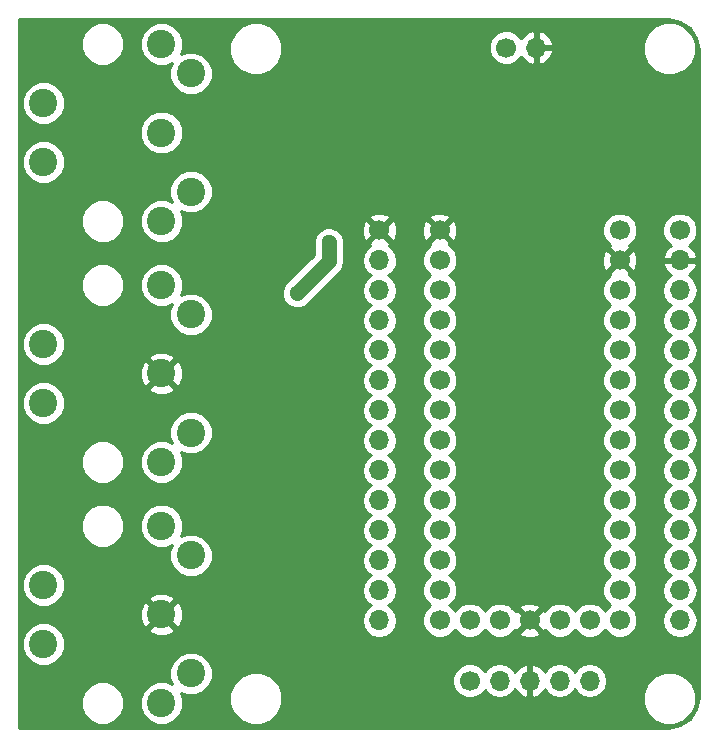
<source format=gbl>
G04 #@! TF.FileFunction,Copper,L2,Bot,Signal*
%FSLAX46Y46*%
G04 Gerber Fmt 4.6, Leading zero omitted, Abs format (unit mm)*
G04 Created by KiCad (PCBNEW 4.0.4-stable) date Thursday, April 12, 2018 'PMt' 12:11:18 PM*
%MOMM*%
%LPD*%
G01*
G04 APERTURE LIST*
%ADD10C,0.100000*%
%ADD11C,1.700000*%
%ADD12O,1.700000X1.700000*%
%ADD13C,2.400000*%
%ADD14C,1.300000*%
%ADD15C,1.300000*%
%ADD16C,0.254000*%
G04 APERTURE END LIST*
D10*
D11*
X81260000Y-68380000D03*
D12*
X81260000Y-70920000D03*
X81260000Y-73460000D03*
X81260000Y-76000000D03*
X81260000Y-78540000D03*
X81260000Y-81080000D03*
X81260000Y-83620000D03*
X81260000Y-86160000D03*
X81260000Y-88700000D03*
X81260000Y-91240000D03*
X81260000Y-93780000D03*
X81260000Y-96320000D03*
X81260000Y-98860000D03*
X81260000Y-101400000D03*
D11*
X88900000Y-106500000D03*
D12*
X91440000Y-106500000D03*
X93980000Y-106500000D03*
X96520000Y-106500000D03*
X99060000Y-106500000D03*
D11*
X106700000Y-68380000D03*
D12*
X106700000Y-70920000D03*
X106700000Y-73460000D03*
X106700000Y-76000000D03*
X106700000Y-78540000D03*
X106700000Y-81080000D03*
X106700000Y-83620000D03*
X106700000Y-86160000D03*
X106700000Y-88700000D03*
X106700000Y-91240000D03*
X106700000Y-93780000D03*
X106700000Y-96320000D03*
X106700000Y-98860000D03*
X106700000Y-101400000D03*
D11*
X101600000Y-101400000D03*
X101600000Y-98860000D03*
X101600000Y-96320000D03*
X101600000Y-93780000D03*
X101600000Y-91240000D03*
X101600000Y-88700000D03*
X101600000Y-86160000D03*
X101600000Y-83620000D03*
X101600000Y-81080000D03*
X101600000Y-78540000D03*
X101600000Y-76000000D03*
X101600000Y-73460000D03*
X101600000Y-70920000D03*
X101600000Y-68380000D03*
X86360000Y-68380000D03*
X86360000Y-70920000D03*
X86360000Y-73460000D03*
X86360000Y-76000000D03*
X86360000Y-78540000D03*
X86360000Y-81080000D03*
X86360000Y-83620000D03*
X86360000Y-86160000D03*
X86360000Y-88700000D03*
X86360000Y-91240000D03*
X86360000Y-93780000D03*
X86360000Y-96320000D03*
X86360000Y-98860000D03*
X86360000Y-101400000D03*
X88900000Y-101400000D03*
X91440000Y-101400000D03*
X93980000Y-101400000D03*
X96520000Y-101400000D03*
X99060000Y-101400000D03*
X92000000Y-52900000D03*
D12*
X94540000Y-52900000D03*
D13*
X62800000Y-52600000D03*
X62800000Y-60100000D03*
X62800000Y-67600000D03*
X65300000Y-55100000D03*
X65300000Y-65100000D03*
X52800000Y-57600000D03*
X52800000Y-62600000D03*
X62800000Y-73000000D03*
X62800000Y-80500000D03*
X62800000Y-88000000D03*
X65300000Y-75500000D03*
X65300000Y-85500000D03*
X52800000Y-78000000D03*
X52800000Y-83000000D03*
X62800000Y-93400000D03*
X62800000Y-100900000D03*
X62800000Y-108400000D03*
X65300000Y-95900000D03*
X65300000Y-105900000D03*
X52800000Y-98400000D03*
X52800000Y-103400000D03*
D14*
X77000000Y-69400000D03*
X74300000Y-73700000D03*
X70300000Y-86400000D03*
X72100000Y-76400000D03*
D15*
X77000000Y-69400000D02*
X77000000Y-71000000D01*
X77000000Y-71000000D02*
X74300000Y-73700000D01*
D16*
G36*
X106747091Y-50713521D02*
X107549995Y-51250005D01*
X108086478Y-52052907D01*
X108290000Y-53076082D01*
X108290000Y-107930069D01*
X108087609Y-108947559D01*
X107550861Y-109750861D01*
X106747560Y-110287609D01*
X105730069Y-110490000D01*
X50710000Y-110490000D01*
X50710000Y-108763403D01*
X55964682Y-108763403D01*
X56243455Y-109438086D01*
X56759199Y-109954730D01*
X57433395Y-110234681D01*
X58163403Y-110235318D01*
X58838086Y-109956545D01*
X59354730Y-109440801D01*
X59634681Y-108766605D01*
X59634683Y-108763403D01*
X60964682Y-108763403D01*
X61243455Y-109438086D01*
X61759199Y-109954730D01*
X62433395Y-110234681D01*
X63163403Y-110235318D01*
X63838086Y-109956545D01*
X64354730Y-109440801D01*
X64634681Y-108766605D01*
X64634963Y-108442619D01*
X68564613Y-108442619D01*
X68904155Y-109264372D01*
X69532321Y-109893636D01*
X70353481Y-110234611D01*
X71242619Y-110235387D01*
X72064372Y-109895845D01*
X72693636Y-109267679D01*
X73034611Y-108446519D01*
X73034614Y-108442619D01*
X103564613Y-108442619D01*
X103904155Y-109264372D01*
X104532321Y-109893636D01*
X105353481Y-110234611D01*
X106242619Y-110235387D01*
X107064372Y-109895845D01*
X107693636Y-109267679D01*
X108034611Y-108446519D01*
X108035387Y-107557381D01*
X107695845Y-106735628D01*
X107067679Y-106106364D01*
X106246519Y-105765389D01*
X105357381Y-105764613D01*
X104535628Y-106104155D01*
X103906364Y-106732321D01*
X103565389Y-107553481D01*
X103564613Y-108442619D01*
X73034614Y-108442619D01*
X73035387Y-107557381D01*
X72720001Y-106794089D01*
X87414743Y-106794089D01*
X87640344Y-107340086D01*
X88057717Y-107758188D01*
X88603319Y-107984742D01*
X89194089Y-107985257D01*
X89740086Y-107759656D01*
X90158188Y-107342283D01*
X90186355Y-107274450D01*
X90389946Y-107579147D01*
X90871715Y-107901054D01*
X91440000Y-108014093D01*
X92008285Y-107901054D01*
X92490054Y-107579147D01*
X92717702Y-107238447D01*
X92784817Y-107381358D01*
X93213076Y-107771645D01*
X93623110Y-107941476D01*
X93853000Y-107820155D01*
X93853000Y-106627000D01*
X93833000Y-106627000D01*
X93833000Y-106373000D01*
X93853000Y-106373000D01*
X93853000Y-105179845D01*
X94107000Y-105179845D01*
X94107000Y-106373000D01*
X94127000Y-106373000D01*
X94127000Y-106627000D01*
X94107000Y-106627000D01*
X94107000Y-107820155D01*
X94336890Y-107941476D01*
X94746924Y-107771645D01*
X95175183Y-107381358D01*
X95242298Y-107238447D01*
X95469946Y-107579147D01*
X95951715Y-107901054D01*
X96520000Y-108014093D01*
X97088285Y-107901054D01*
X97570054Y-107579147D01*
X97790000Y-107249974D01*
X98009946Y-107579147D01*
X98491715Y-107901054D01*
X99060000Y-108014093D01*
X99628285Y-107901054D01*
X100110054Y-107579147D01*
X100431961Y-107097378D01*
X100545000Y-106529093D01*
X100545000Y-106470907D01*
X100431961Y-105902622D01*
X100110054Y-105420853D01*
X99628285Y-105098946D01*
X99060000Y-104985907D01*
X98491715Y-105098946D01*
X98009946Y-105420853D01*
X97790000Y-105750026D01*
X97570054Y-105420853D01*
X97088285Y-105098946D01*
X96520000Y-104985907D01*
X95951715Y-105098946D01*
X95469946Y-105420853D01*
X95242298Y-105761553D01*
X95175183Y-105618642D01*
X94746924Y-105228355D01*
X94336890Y-105058524D01*
X94107000Y-105179845D01*
X93853000Y-105179845D01*
X93623110Y-105058524D01*
X93213076Y-105228355D01*
X92784817Y-105618642D01*
X92717702Y-105761553D01*
X92490054Y-105420853D01*
X92008285Y-105098946D01*
X91440000Y-104985907D01*
X90871715Y-105098946D01*
X90389946Y-105420853D01*
X90186615Y-105725160D01*
X90159656Y-105659914D01*
X89742283Y-105241812D01*
X89196681Y-105015258D01*
X88605911Y-105014743D01*
X88059914Y-105240344D01*
X87641812Y-105657717D01*
X87415258Y-106203319D01*
X87414743Y-106794089D01*
X72720001Y-106794089D01*
X72695845Y-106735628D01*
X72067679Y-106106364D01*
X71246519Y-105765389D01*
X70357381Y-105764613D01*
X69535628Y-106104155D01*
X68906364Y-106732321D01*
X68565389Y-107553481D01*
X68564613Y-108442619D01*
X64634963Y-108442619D01*
X64635318Y-108036597D01*
X64422999Y-107522746D01*
X64933395Y-107734681D01*
X65663403Y-107735318D01*
X66338086Y-107456545D01*
X66854730Y-106940801D01*
X67134681Y-106266605D01*
X67135318Y-105536597D01*
X66856545Y-104861914D01*
X66340801Y-104345270D01*
X65666605Y-104065319D01*
X64936597Y-104064682D01*
X64261914Y-104343455D01*
X63745270Y-104859199D01*
X63465319Y-105533395D01*
X63464682Y-106263403D01*
X63677001Y-106777254D01*
X63166605Y-106565319D01*
X62436597Y-106564682D01*
X61761914Y-106843455D01*
X61245270Y-107359199D01*
X60965319Y-108033395D01*
X60964682Y-108763403D01*
X59634683Y-108763403D01*
X59635318Y-108036597D01*
X59356545Y-107361914D01*
X58840801Y-106845270D01*
X58166605Y-106565319D01*
X57436597Y-106564682D01*
X56761914Y-106843455D01*
X56245270Y-107359199D01*
X55965319Y-108033395D01*
X55964682Y-108763403D01*
X50710000Y-108763403D01*
X50710000Y-103763403D01*
X50964682Y-103763403D01*
X51243455Y-104438086D01*
X51759199Y-104954730D01*
X52433395Y-105234681D01*
X53163403Y-105235318D01*
X53838086Y-104956545D01*
X54354730Y-104440801D01*
X54634681Y-103766605D01*
X54635318Y-103036597D01*
X54356545Y-102361914D01*
X54192093Y-102197175D01*
X61682430Y-102197175D01*
X61805565Y-102484788D01*
X62487734Y-102744707D01*
X63217443Y-102723786D01*
X63794435Y-102484788D01*
X63917570Y-102197175D01*
X62800000Y-101079605D01*
X61682430Y-102197175D01*
X54192093Y-102197175D01*
X53840801Y-101845270D01*
X53166605Y-101565319D01*
X52436597Y-101564682D01*
X51761914Y-101843455D01*
X51245270Y-102359199D01*
X50965319Y-103033395D01*
X50964682Y-103763403D01*
X50710000Y-103763403D01*
X50710000Y-100587734D01*
X60955293Y-100587734D01*
X60976214Y-101317443D01*
X61215212Y-101894435D01*
X61502825Y-102017570D01*
X62620395Y-100900000D01*
X62979605Y-100900000D01*
X64097175Y-102017570D01*
X64384788Y-101894435D01*
X64644707Y-101212266D01*
X64623786Y-100482557D01*
X64384788Y-99905565D01*
X64097175Y-99782430D01*
X62979605Y-100900000D01*
X62620395Y-100900000D01*
X61502825Y-99782430D01*
X61215212Y-99905565D01*
X60955293Y-100587734D01*
X50710000Y-100587734D01*
X50710000Y-98763403D01*
X50964682Y-98763403D01*
X51243455Y-99438086D01*
X51759199Y-99954730D01*
X52433395Y-100234681D01*
X53163403Y-100235318D01*
X53838086Y-99956545D01*
X54192423Y-99602825D01*
X61682430Y-99602825D01*
X62800000Y-100720395D01*
X63917570Y-99602825D01*
X63794435Y-99315212D01*
X63112266Y-99055293D01*
X62382557Y-99076214D01*
X61805565Y-99315212D01*
X61682430Y-99602825D01*
X54192423Y-99602825D01*
X54354730Y-99440801D01*
X54634681Y-98766605D01*
X54635318Y-98036597D01*
X54356545Y-97361914D01*
X53840801Y-96845270D01*
X53166605Y-96565319D01*
X52436597Y-96564682D01*
X51761914Y-96843455D01*
X51245270Y-97359199D01*
X50965319Y-98033395D01*
X50964682Y-98763403D01*
X50710000Y-98763403D01*
X50710000Y-93763403D01*
X55964682Y-93763403D01*
X56243455Y-94438086D01*
X56759199Y-94954730D01*
X57433395Y-95234681D01*
X58163403Y-95235318D01*
X58838086Y-94956545D01*
X59354730Y-94440801D01*
X59634681Y-93766605D01*
X59634683Y-93763403D01*
X60964682Y-93763403D01*
X61243455Y-94438086D01*
X61759199Y-94954730D01*
X62433395Y-95234681D01*
X63163403Y-95235318D01*
X63677254Y-95022999D01*
X63465319Y-95533395D01*
X63464682Y-96263403D01*
X63743455Y-96938086D01*
X64259199Y-97454730D01*
X64933395Y-97734681D01*
X65663403Y-97735318D01*
X66338086Y-97456545D01*
X66854730Y-96940801D01*
X67134681Y-96266605D01*
X67135318Y-95536597D01*
X66856545Y-94861914D01*
X66340801Y-94345270D01*
X65666605Y-94065319D01*
X64936597Y-94064682D01*
X64422746Y-94277001D01*
X64634681Y-93766605D01*
X64635318Y-93036597D01*
X64356545Y-92361914D01*
X63840801Y-91845270D01*
X63166605Y-91565319D01*
X62436597Y-91564682D01*
X61761914Y-91843455D01*
X61245270Y-92359199D01*
X60965319Y-93033395D01*
X60964682Y-93763403D01*
X59634683Y-93763403D01*
X59635318Y-93036597D01*
X59356545Y-92361914D01*
X58840801Y-91845270D01*
X58166605Y-91565319D01*
X57436597Y-91564682D01*
X56761914Y-91843455D01*
X56245270Y-92359199D01*
X55965319Y-93033395D01*
X55964682Y-93763403D01*
X50710000Y-93763403D01*
X50710000Y-88363403D01*
X55964682Y-88363403D01*
X56243455Y-89038086D01*
X56759199Y-89554730D01*
X57433395Y-89834681D01*
X58163403Y-89835318D01*
X58838086Y-89556545D01*
X59354730Y-89040801D01*
X59634681Y-88366605D01*
X59634683Y-88363403D01*
X60964682Y-88363403D01*
X61243455Y-89038086D01*
X61759199Y-89554730D01*
X62433395Y-89834681D01*
X63163403Y-89835318D01*
X63838086Y-89556545D01*
X64354730Y-89040801D01*
X64634681Y-88366605D01*
X64635318Y-87636597D01*
X64422999Y-87122746D01*
X64933395Y-87334681D01*
X65663403Y-87335318D01*
X66338086Y-87056545D01*
X66854730Y-86540801D01*
X67134681Y-85866605D01*
X67135318Y-85136597D01*
X66856545Y-84461914D01*
X66340801Y-83945270D01*
X65666605Y-83665319D01*
X64936597Y-83664682D01*
X64261914Y-83943455D01*
X63745270Y-84459199D01*
X63465319Y-85133395D01*
X63464682Y-85863403D01*
X63677001Y-86377254D01*
X63166605Y-86165319D01*
X62436597Y-86164682D01*
X61761914Y-86443455D01*
X61245270Y-86959199D01*
X60965319Y-87633395D01*
X60964682Y-88363403D01*
X59634683Y-88363403D01*
X59635318Y-87636597D01*
X59356545Y-86961914D01*
X58840801Y-86445270D01*
X58166605Y-86165319D01*
X57436597Y-86164682D01*
X56761914Y-86443455D01*
X56245270Y-86959199D01*
X55965319Y-87633395D01*
X55964682Y-88363403D01*
X50710000Y-88363403D01*
X50710000Y-83363403D01*
X50964682Y-83363403D01*
X51243455Y-84038086D01*
X51759199Y-84554730D01*
X52433395Y-84834681D01*
X53163403Y-84835318D01*
X53838086Y-84556545D01*
X54354730Y-84040801D01*
X54634681Y-83366605D01*
X54635318Y-82636597D01*
X54356545Y-81961914D01*
X54192093Y-81797175D01*
X61682430Y-81797175D01*
X61805565Y-82084788D01*
X62487734Y-82344707D01*
X63217443Y-82323786D01*
X63794435Y-82084788D01*
X63917570Y-81797175D01*
X62800000Y-80679605D01*
X61682430Y-81797175D01*
X54192093Y-81797175D01*
X53840801Y-81445270D01*
X53166605Y-81165319D01*
X52436597Y-81164682D01*
X51761914Y-81443455D01*
X51245270Y-81959199D01*
X50965319Y-82633395D01*
X50964682Y-83363403D01*
X50710000Y-83363403D01*
X50710000Y-80187734D01*
X60955293Y-80187734D01*
X60976214Y-80917443D01*
X61215212Y-81494435D01*
X61502825Y-81617570D01*
X62620395Y-80500000D01*
X62979605Y-80500000D01*
X64097175Y-81617570D01*
X64384788Y-81494435D01*
X64644707Y-80812266D01*
X64623786Y-80082557D01*
X64384788Y-79505565D01*
X64097175Y-79382430D01*
X62979605Y-80500000D01*
X62620395Y-80500000D01*
X61502825Y-79382430D01*
X61215212Y-79505565D01*
X60955293Y-80187734D01*
X50710000Y-80187734D01*
X50710000Y-78363403D01*
X50964682Y-78363403D01*
X51243455Y-79038086D01*
X51759199Y-79554730D01*
X52433395Y-79834681D01*
X53163403Y-79835318D01*
X53838086Y-79556545D01*
X54192423Y-79202825D01*
X61682430Y-79202825D01*
X62800000Y-80320395D01*
X63917570Y-79202825D01*
X63794435Y-78915212D01*
X63112266Y-78655293D01*
X62382557Y-78676214D01*
X61805565Y-78915212D01*
X61682430Y-79202825D01*
X54192423Y-79202825D01*
X54354730Y-79040801D01*
X54634681Y-78366605D01*
X54635318Y-77636597D01*
X54356545Y-76961914D01*
X53840801Y-76445270D01*
X53166605Y-76165319D01*
X52436597Y-76164682D01*
X51761914Y-76443455D01*
X51245270Y-76959199D01*
X50965319Y-77633395D01*
X50964682Y-78363403D01*
X50710000Y-78363403D01*
X50710000Y-73363403D01*
X55964682Y-73363403D01*
X56243455Y-74038086D01*
X56759199Y-74554730D01*
X57433395Y-74834681D01*
X58163403Y-74835318D01*
X58838086Y-74556545D01*
X59354730Y-74040801D01*
X59634681Y-73366605D01*
X59634683Y-73363403D01*
X60964682Y-73363403D01*
X61243455Y-74038086D01*
X61759199Y-74554730D01*
X62433395Y-74834681D01*
X63163403Y-74835318D01*
X63677254Y-74622999D01*
X63465319Y-75133395D01*
X63464682Y-75863403D01*
X63743455Y-76538086D01*
X64259199Y-77054730D01*
X64933395Y-77334681D01*
X65663403Y-77335318D01*
X66338086Y-77056545D01*
X66854730Y-76540801D01*
X67134681Y-75866605D01*
X67135318Y-75136597D01*
X66856545Y-74461914D01*
X66349996Y-73954481D01*
X73014777Y-73954481D01*
X73209995Y-74426943D01*
X73571155Y-74788735D01*
X74043276Y-74984777D01*
X74554481Y-74985223D01*
X75026943Y-74790005D01*
X75388735Y-74428845D01*
X75388959Y-74428305D01*
X77908632Y-71908632D01*
X78187185Y-71491748D01*
X78285000Y-71000000D01*
X78285000Y-70920000D01*
X79745907Y-70920000D01*
X79858946Y-71488285D01*
X80180853Y-71970054D01*
X80510026Y-72190000D01*
X80180853Y-72409946D01*
X79858946Y-72891715D01*
X79745907Y-73460000D01*
X79858946Y-74028285D01*
X80180853Y-74510054D01*
X80510026Y-74730000D01*
X80180853Y-74949946D01*
X79858946Y-75431715D01*
X79745907Y-76000000D01*
X79858946Y-76568285D01*
X80180853Y-77050054D01*
X80510026Y-77270000D01*
X80180853Y-77489946D01*
X79858946Y-77971715D01*
X79745907Y-78540000D01*
X79858946Y-79108285D01*
X80180853Y-79590054D01*
X80510026Y-79810000D01*
X80180853Y-80029946D01*
X79858946Y-80511715D01*
X79745907Y-81080000D01*
X79858946Y-81648285D01*
X80180853Y-82130054D01*
X80510026Y-82350000D01*
X80180853Y-82569946D01*
X79858946Y-83051715D01*
X79745907Y-83620000D01*
X79858946Y-84188285D01*
X80180853Y-84670054D01*
X80510026Y-84890000D01*
X80180853Y-85109946D01*
X79858946Y-85591715D01*
X79745907Y-86160000D01*
X79858946Y-86728285D01*
X80180853Y-87210054D01*
X80510026Y-87430000D01*
X80180853Y-87649946D01*
X79858946Y-88131715D01*
X79745907Y-88700000D01*
X79858946Y-89268285D01*
X80180853Y-89750054D01*
X80510026Y-89970000D01*
X80180853Y-90189946D01*
X79858946Y-90671715D01*
X79745907Y-91240000D01*
X79858946Y-91808285D01*
X80180853Y-92290054D01*
X80510026Y-92510000D01*
X80180853Y-92729946D01*
X79858946Y-93211715D01*
X79745907Y-93780000D01*
X79858946Y-94348285D01*
X80180853Y-94830054D01*
X80510026Y-95050000D01*
X80180853Y-95269946D01*
X79858946Y-95751715D01*
X79745907Y-96320000D01*
X79858946Y-96888285D01*
X80180853Y-97370054D01*
X80510026Y-97590000D01*
X80180853Y-97809946D01*
X79858946Y-98291715D01*
X79745907Y-98860000D01*
X79858946Y-99428285D01*
X80180853Y-99910054D01*
X80510026Y-100130000D01*
X80180853Y-100349946D01*
X79858946Y-100831715D01*
X79745907Y-101400000D01*
X79858946Y-101968285D01*
X80180853Y-102450054D01*
X80662622Y-102771961D01*
X81230907Y-102885000D01*
X81289093Y-102885000D01*
X81857378Y-102771961D01*
X82339147Y-102450054D01*
X82661054Y-101968285D01*
X82774093Y-101400000D01*
X82661054Y-100831715D01*
X82339147Y-100349946D01*
X82009974Y-100130000D01*
X82339147Y-99910054D01*
X82661054Y-99428285D01*
X82774093Y-98860000D01*
X82661054Y-98291715D01*
X82339147Y-97809946D01*
X82009974Y-97590000D01*
X82339147Y-97370054D01*
X82661054Y-96888285D01*
X82774093Y-96320000D01*
X82661054Y-95751715D01*
X82339147Y-95269946D01*
X82009974Y-95050000D01*
X82339147Y-94830054D01*
X82661054Y-94348285D01*
X82774093Y-93780000D01*
X82661054Y-93211715D01*
X82339147Y-92729946D01*
X82009974Y-92510000D01*
X82339147Y-92290054D01*
X82661054Y-91808285D01*
X82774093Y-91240000D01*
X82661054Y-90671715D01*
X82339147Y-90189946D01*
X82009974Y-89970000D01*
X82339147Y-89750054D01*
X82661054Y-89268285D01*
X82774093Y-88700000D01*
X82661054Y-88131715D01*
X82339147Y-87649946D01*
X82009974Y-87430000D01*
X82339147Y-87210054D01*
X82661054Y-86728285D01*
X82774093Y-86160000D01*
X82661054Y-85591715D01*
X82339147Y-85109946D01*
X82009974Y-84890000D01*
X82339147Y-84670054D01*
X82661054Y-84188285D01*
X82774093Y-83620000D01*
X82661054Y-83051715D01*
X82339147Y-82569946D01*
X82009974Y-82350000D01*
X82339147Y-82130054D01*
X82661054Y-81648285D01*
X82774093Y-81080000D01*
X82661054Y-80511715D01*
X82339147Y-80029946D01*
X82009974Y-79810000D01*
X82339147Y-79590054D01*
X82661054Y-79108285D01*
X82774093Y-78540000D01*
X82661054Y-77971715D01*
X82339147Y-77489946D01*
X82009974Y-77270000D01*
X82339147Y-77050054D01*
X82661054Y-76568285D01*
X82774093Y-76000000D01*
X82661054Y-75431715D01*
X82339147Y-74949946D01*
X82009974Y-74730000D01*
X82339147Y-74510054D01*
X82661054Y-74028285D01*
X82774093Y-73460000D01*
X82661054Y-72891715D01*
X82339147Y-72409946D01*
X82009974Y-72190000D01*
X82339147Y-71970054D01*
X82661054Y-71488285D01*
X82715595Y-71214089D01*
X84874743Y-71214089D01*
X85100344Y-71760086D01*
X85517717Y-72178188D01*
X85545557Y-72189748D01*
X85519914Y-72200344D01*
X85101812Y-72617717D01*
X84875258Y-73163319D01*
X84874743Y-73754089D01*
X85100344Y-74300086D01*
X85517717Y-74718188D01*
X85545557Y-74729748D01*
X85519914Y-74740344D01*
X85101812Y-75157717D01*
X84875258Y-75703319D01*
X84874743Y-76294089D01*
X85100344Y-76840086D01*
X85517717Y-77258188D01*
X85545557Y-77269748D01*
X85519914Y-77280344D01*
X85101812Y-77697717D01*
X84875258Y-78243319D01*
X84874743Y-78834089D01*
X85100344Y-79380086D01*
X85517717Y-79798188D01*
X85545557Y-79809748D01*
X85519914Y-79820344D01*
X85101812Y-80237717D01*
X84875258Y-80783319D01*
X84874743Y-81374089D01*
X85100344Y-81920086D01*
X85517717Y-82338188D01*
X85545557Y-82349748D01*
X85519914Y-82360344D01*
X85101812Y-82777717D01*
X84875258Y-83323319D01*
X84874743Y-83914089D01*
X85100344Y-84460086D01*
X85517717Y-84878188D01*
X85545557Y-84889748D01*
X85519914Y-84900344D01*
X85101812Y-85317717D01*
X84875258Y-85863319D01*
X84874743Y-86454089D01*
X85100344Y-87000086D01*
X85517717Y-87418188D01*
X85545557Y-87429748D01*
X85519914Y-87440344D01*
X85101812Y-87857717D01*
X84875258Y-88403319D01*
X84874743Y-88994089D01*
X85100344Y-89540086D01*
X85517717Y-89958188D01*
X85545557Y-89969748D01*
X85519914Y-89980344D01*
X85101812Y-90397717D01*
X84875258Y-90943319D01*
X84874743Y-91534089D01*
X85100344Y-92080086D01*
X85517717Y-92498188D01*
X85545557Y-92509748D01*
X85519914Y-92520344D01*
X85101812Y-92937717D01*
X84875258Y-93483319D01*
X84874743Y-94074089D01*
X85100344Y-94620086D01*
X85517717Y-95038188D01*
X85545557Y-95049748D01*
X85519914Y-95060344D01*
X85101812Y-95477717D01*
X84875258Y-96023319D01*
X84874743Y-96614089D01*
X85100344Y-97160086D01*
X85517717Y-97578188D01*
X85545557Y-97589748D01*
X85519914Y-97600344D01*
X85101812Y-98017717D01*
X84875258Y-98563319D01*
X84874743Y-99154089D01*
X85100344Y-99700086D01*
X85517717Y-100118188D01*
X85545557Y-100129748D01*
X85519914Y-100140344D01*
X85101812Y-100557717D01*
X84875258Y-101103319D01*
X84874743Y-101694089D01*
X85100344Y-102240086D01*
X85517717Y-102658188D01*
X86063319Y-102884742D01*
X86654089Y-102885257D01*
X87200086Y-102659656D01*
X87618188Y-102242283D01*
X87629748Y-102214443D01*
X87640344Y-102240086D01*
X88057717Y-102658188D01*
X88603319Y-102884742D01*
X89194089Y-102885257D01*
X89740086Y-102659656D01*
X90158188Y-102242283D01*
X90169748Y-102214443D01*
X90180344Y-102240086D01*
X90597717Y-102658188D01*
X91143319Y-102884742D01*
X91734089Y-102885257D01*
X92280086Y-102659656D01*
X92496160Y-102443958D01*
X93115647Y-102443958D01*
X93195920Y-102695259D01*
X93751279Y-102896718D01*
X94341458Y-102870315D01*
X94764080Y-102695259D01*
X94844353Y-102443958D01*
X93980000Y-101579605D01*
X93115647Y-102443958D01*
X92496160Y-102443958D01*
X92698188Y-102242283D01*
X92717951Y-102194688D01*
X92936042Y-102264353D01*
X93800395Y-101400000D01*
X94159605Y-101400000D01*
X95023958Y-102264353D01*
X95241640Y-102194819D01*
X95260344Y-102240086D01*
X95677717Y-102658188D01*
X96223319Y-102884742D01*
X96814089Y-102885257D01*
X97360086Y-102659656D01*
X97778188Y-102242283D01*
X97789748Y-102214443D01*
X97800344Y-102240086D01*
X98217717Y-102658188D01*
X98763319Y-102884742D01*
X99354089Y-102885257D01*
X99900086Y-102659656D01*
X100318188Y-102242283D01*
X100329748Y-102214443D01*
X100340344Y-102240086D01*
X100757717Y-102658188D01*
X101303319Y-102884742D01*
X101894089Y-102885257D01*
X102440086Y-102659656D01*
X102858188Y-102242283D01*
X103084742Y-101696681D01*
X103085257Y-101105911D01*
X102859656Y-100559914D01*
X102442283Y-100141812D01*
X102414443Y-100130252D01*
X102440086Y-100119656D01*
X102858188Y-99702283D01*
X103084742Y-99156681D01*
X103085257Y-98565911D01*
X102859656Y-98019914D01*
X102442283Y-97601812D01*
X102414443Y-97590252D01*
X102440086Y-97579656D01*
X102858188Y-97162283D01*
X103084742Y-96616681D01*
X103085257Y-96025911D01*
X102859656Y-95479914D01*
X102442283Y-95061812D01*
X102414443Y-95050252D01*
X102440086Y-95039656D01*
X102858188Y-94622283D01*
X103084742Y-94076681D01*
X103085257Y-93485911D01*
X102859656Y-92939914D01*
X102442283Y-92521812D01*
X102414443Y-92510252D01*
X102440086Y-92499656D01*
X102858188Y-92082283D01*
X103084742Y-91536681D01*
X103085257Y-90945911D01*
X102859656Y-90399914D01*
X102442283Y-89981812D01*
X102414443Y-89970252D01*
X102440086Y-89959656D01*
X102858188Y-89542283D01*
X103084742Y-88996681D01*
X103085257Y-88405911D01*
X102859656Y-87859914D01*
X102442283Y-87441812D01*
X102414443Y-87430252D01*
X102440086Y-87419656D01*
X102858188Y-87002283D01*
X103084742Y-86456681D01*
X103085257Y-85865911D01*
X102859656Y-85319914D01*
X102442283Y-84901812D01*
X102414443Y-84890252D01*
X102440086Y-84879656D01*
X102858188Y-84462283D01*
X103084742Y-83916681D01*
X103085257Y-83325911D01*
X102859656Y-82779914D01*
X102442283Y-82361812D01*
X102414443Y-82350252D01*
X102440086Y-82339656D01*
X102858188Y-81922283D01*
X103084742Y-81376681D01*
X103085257Y-80785911D01*
X102859656Y-80239914D01*
X102442283Y-79821812D01*
X102414443Y-79810252D01*
X102440086Y-79799656D01*
X102858188Y-79382283D01*
X103084742Y-78836681D01*
X103085257Y-78245911D01*
X102859656Y-77699914D01*
X102442283Y-77281812D01*
X102414443Y-77270252D01*
X102440086Y-77259656D01*
X102858188Y-76842283D01*
X103084742Y-76296681D01*
X103085257Y-75705911D01*
X102859656Y-75159914D01*
X102442283Y-74741812D01*
X102414443Y-74730252D01*
X102440086Y-74719656D01*
X102858188Y-74302283D01*
X103084742Y-73756681D01*
X103085000Y-73460000D01*
X105185907Y-73460000D01*
X105298946Y-74028285D01*
X105620853Y-74510054D01*
X105950026Y-74730000D01*
X105620853Y-74949946D01*
X105298946Y-75431715D01*
X105185907Y-76000000D01*
X105298946Y-76568285D01*
X105620853Y-77050054D01*
X105950026Y-77270000D01*
X105620853Y-77489946D01*
X105298946Y-77971715D01*
X105185907Y-78540000D01*
X105298946Y-79108285D01*
X105620853Y-79590054D01*
X105950026Y-79810000D01*
X105620853Y-80029946D01*
X105298946Y-80511715D01*
X105185907Y-81080000D01*
X105298946Y-81648285D01*
X105620853Y-82130054D01*
X105950026Y-82350000D01*
X105620853Y-82569946D01*
X105298946Y-83051715D01*
X105185907Y-83620000D01*
X105298946Y-84188285D01*
X105620853Y-84670054D01*
X105950026Y-84890000D01*
X105620853Y-85109946D01*
X105298946Y-85591715D01*
X105185907Y-86160000D01*
X105298946Y-86728285D01*
X105620853Y-87210054D01*
X105950026Y-87430000D01*
X105620853Y-87649946D01*
X105298946Y-88131715D01*
X105185907Y-88700000D01*
X105298946Y-89268285D01*
X105620853Y-89750054D01*
X105950026Y-89970000D01*
X105620853Y-90189946D01*
X105298946Y-90671715D01*
X105185907Y-91240000D01*
X105298946Y-91808285D01*
X105620853Y-92290054D01*
X105950026Y-92510000D01*
X105620853Y-92729946D01*
X105298946Y-93211715D01*
X105185907Y-93780000D01*
X105298946Y-94348285D01*
X105620853Y-94830054D01*
X105950026Y-95050000D01*
X105620853Y-95269946D01*
X105298946Y-95751715D01*
X105185907Y-96320000D01*
X105298946Y-96888285D01*
X105620853Y-97370054D01*
X105950026Y-97590000D01*
X105620853Y-97809946D01*
X105298946Y-98291715D01*
X105185907Y-98860000D01*
X105298946Y-99428285D01*
X105620853Y-99910054D01*
X105950026Y-100130000D01*
X105620853Y-100349946D01*
X105298946Y-100831715D01*
X105185907Y-101400000D01*
X105298946Y-101968285D01*
X105620853Y-102450054D01*
X106102622Y-102771961D01*
X106670907Y-102885000D01*
X106729093Y-102885000D01*
X107297378Y-102771961D01*
X107779147Y-102450054D01*
X108101054Y-101968285D01*
X108214093Y-101400000D01*
X108101054Y-100831715D01*
X107779147Y-100349946D01*
X107449974Y-100130000D01*
X107779147Y-99910054D01*
X108101054Y-99428285D01*
X108214093Y-98860000D01*
X108101054Y-98291715D01*
X107779147Y-97809946D01*
X107449974Y-97590000D01*
X107779147Y-97370054D01*
X108101054Y-96888285D01*
X108214093Y-96320000D01*
X108101054Y-95751715D01*
X107779147Y-95269946D01*
X107449974Y-95050000D01*
X107779147Y-94830054D01*
X108101054Y-94348285D01*
X108214093Y-93780000D01*
X108101054Y-93211715D01*
X107779147Y-92729946D01*
X107449974Y-92510000D01*
X107779147Y-92290054D01*
X108101054Y-91808285D01*
X108214093Y-91240000D01*
X108101054Y-90671715D01*
X107779147Y-90189946D01*
X107449974Y-89970000D01*
X107779147Y-89750054D01*
X108101054Y-89268285D01*
X108214093Y-88700000D01*
X108101054Y-88131715D01*
X107779147Y-87649946D01*
X107449974Y-87430000D01*
X107779147Y-87210054D01*
X108101054Y-86728285D01*
X108214093Y-86160000D01*
X108101054Y-85591715D01*
X107779147Y-85109946D01*
X107449974Y-84890000D01*
X107779147Y-84670054D01*
X108101054Y-84188285D01*
X108214093Y-83620000D01*
X108101054Y-83051715D01*
X107779147Y-82569946D01*
X107449974Y-82350000D01*
X107779147Y-82130054D01*
X108101054Y-81648285D01*
X108214093Y-81080000D01*
X108101054Y-80511715D01*
X107779147Y-80029946D01*
X107449974Y-79810000D01*
X107779147Y-79590054D01*
X108101054Y-79108285D01*
X108214093Y-78540000D01*
X108101054Y-77971715D01*
X107779147Y-77489946D01*
X107449974Y-77270000D01*
X107779147Y-77050054D01*
X108101054Y-76568285D01*
X108214093Y-76000000D01*
X108101054Y-75431715D01*
X107779147Y-74949946D01*
X107449974Y-74730000D01*
X107779147Y-74510054D01*
X108101054Y-74028285D01*
X108214093Y-73460000D01*
X108101054Y-72891715D01*
X107779147Y-72409946D01*
X107438447Y-72182298D01*
X107581358Y-72115183D01*
X107971645Y-71686924D01*
X108141476Y-71276890D01*
X108020155Y-71047000D01*
X106827000Y-71047000D01*
X106827000Y-71067000D01*
X106573000Y-71067000D01*
X106573000Y-71047000D01*
X105379845Y-71047000D01*
X105258524Y-71276890D01*
X105428355Y-71686924D01*
X105818642Y-72115183D01*
X105961553Y-72182298D01*
X105620853Y-72409946D01*
X105298946Y-72891715D01*
X105185907Y-73460000D01*
X103085000Y-73460000D01*
X103085257Y-73165911D01*
X102859656Y-72619914D01*
X102442283Y-72201812D01*
X102394688Y-72182049D01*
X102464353Y-71963958D01*
X101600000Y-71099605D01*
X100735647Y-71963958D01*
X100805181Y-72181640D01*
X100759914Y-72200344D01*
X100341812Y-72617717D01*
X100115258Y-73163319D01*
X100114743Y-73754089D01*
X100340344Y-74300086D01*
X100757717Y-74718188D01*
X100785557Y-74729748D01*
X100759914Y-74740344D01*
X100341812Y-75157717D01*
X100115258Y-75703319D01*
X100114743Y-76294089D01*
X100340344Y-76840086D01*
X100757717Y-77258188D01*
X100785557Y-77269748D01*
X100759914Y-77280344D01*
X100341812Y-77697717D01*
X100115258Y-78243319D01*
X100114743Y-78834089D01*
X100340344Y-79380086D01*
X100757717Y-79798188D01*
X100785557Y-79809748D01*
X100759914Y-79820344D01*
X100341812Y-80237717D01*
X100115258Y-80783319D01*
X100114743Y-81374089D01*
X100340344Y-81920086D01*
X100757717Y-82338188D01*
X100785557Y-82349748D01*
X100759914Y-82360344D01*
X100341812Y-82777717D01*
X100115258Y-83323319D01*
X100114743Y-83914089D01*
X100340344Y-84460086D01*
X100757717Y-84878188D01*
X100785557Y-84889748D01*
X100759914Y-84900344D01*
X100341812Y-85317717D01*
X100115258Y-85863319D01*
X100114743Y-86454089D01*
X100340344Y-87000086D01*
X100757717Y-87418188D01*
X100785557Y-87429748D01*
X100759914Y-87440344D01*
X100341812Y-87857717D01*
X100115258Y-88403319D01*
X100114743Y-88994089D01*
X100340344Y-89540086D01*
X100757717Y-89958188D01*
X100785557Y-89969748D01*
X100759914Y-89980344D01*
X100341812Y-90397717D01*
X100115258Y-90943319D01*
X100114743Y-91534089D01*
X100340344Y-92080086D01*
X100757717Y-92498188D01*
X100785557Y-92509748D01*
X100759914Y-92520344D01*
X100341812Y-92937717D01*
X100115258Y-93483319D01*
X100114743Y-94074089D01*
X100340344Y-94620086D01*
X100757717Y-95038188D01*
X100785557Y-95049748D01*
X100759914Y-95060344D01*
X100341812Y-95477717D01*
X100115258Y-96023319D01*
X100114743Y-96614089D01*
X100340344Y-97160086D01*
X100757717Y-97578188D01*
X100785557Y-97589748D01*
X100759914Y-97600344D01*
X100341812Y-98017717D01*
X100115258Y-98563319D01*
X100114743Y-99154089D01*
X100340344Y-99700086D01*
X100757717Y-100118188D01*
X100785557Y-100129748D01*
X100759914Y-100140344D01*
X100341812Y-100557717D01*
X100330252Y-100585557D01*
X100319656Y-100559914D01*
X99902283Y-100141812D01*
X99356681Y-99915258D01*
X98765911Y-99914743D01*
X98219914Y-100140344D01*
X97801812Y-100557717D01*
X97790252Y-100585557D01*
X97779656Y-100559914D01*
X97362283Y-100141812D01*
X96816681Y-99915258D01*
X96225911Y-99914743D01*
X95679914Y-100140344D01*
X95261812Y-100557717D01*
X95242049Y-100605312D01*
X95023958Y-100535647D01*
X94159605Y-101400000D01*
X93800395Y-101400000D01*
X92936042Y-100535647D01*
X92718360Y-100605181D01*
X92699656Y-100559914D01*
X92496140Y-100356042D01*
X93115647Y-100356042D01*
X93980000Y-101220395D01*
X94844353Y-100356042D01*
X94764080Y-100104741D01*
X94208721Y-99903282D01*
X93618542Y-99929685D01*
X93195920Y-100104741D01*
X93115647Y-100356042D01*
X92496140Y-100356042D01*
X92282283Y-100141812D01*
X91736681Y-99915258D01*
X91145911Y-99914743D01*
X90599914Y-100140344D01*
X90181812Y-100557717D01*
X90170252Y-100585557D01*
X90159656Y-100559914D01*
X89742283Y-100141812D01*
X89196681Y-99915258D01*
X88605911Y-99914743D01*
X88059914Y-100140344D01*
X87641812Y-100557717D01*
X87630252Y-100585557D01*
X87619656Y-100559914D01*
X87202283Y-100141812D01*
X87174443Y-100130252D01*
X87200086Y-100119656D01*
X87618188Y-99702283D01*
X87844742Y-99156681D01*
X87845257Y-98565911D01*
X87619656Y-98019914D01*
X87202283Y-97601812D01*
X87174443Y-97590252D01*
X87200086Y-97579656D01*
X87618188Y-97162283D01*
X87844742Y-96616681D01*
X87845257Y-96025911D01*
X87619656Y-95479914D01*
X87202283Y-95061812D01*
X87174443Y-95050252D01*
X87200086Y-95039656D01*
X87618188Y-94622283D01*
X87844742Y-94076681D01*
X87845257Y-93485911D01*
X87619656Y-92939914D01*
X87202283Y-92521812D01*
X87174443Y-92510252D01*
X87200086Y-92499656D01*
X87618188Y-92082283D01*
X87844742Y-91536681D01*
X87845257Y-90945911D01*
X87619656Y-90399914D01*
X87202283Y-89981812D01*
X87174443Y-89970252D01*
X87200086Y-89959656D01*
X87618188Y-89542283D01*
X87844742Y-88996681D01*
X87845257Y-88405911D01*
X87619656Y-87859914D01*
X87202283Y-87441812D01*
X87174443Y-87430252D01*
X87200086Y-87419656D01*
X87618188Y-87002283D01*
X87844742Y-86456681D01*
X87845257Y-85865911D01*
X87619656Y-85319914D01*
X87202283Y-84901812D01*
X87174443Y-84890252D01*
X87200086Y-84879656D01*
X87618188Y-84462283D01*
X87844742Y-83916681D01*
X87845257Y-83325911D01*
X87619656Y-82779914D01*
X87202283Y-82361812D01*
X87174443Y-82350252D01*
X87200086Y-82339656D01*
X87618188Y-81922283D01*
X87844742Y-81376681D01*
X87845257Y-80785911D01*
X87619656Y-80239914D01*
X87202283Y-79821812D01*
X87174443Y-79810252D01*
X87200086Y-79799656D01*
X87618188Y-79382283D01*
X87844742Y-78836681D01*
X87845257Y-78245911D01*
X87619656Y-77699914D01*
X87202283Y-77281812D01*
X87174443Y-77270252D01*
X87200086Y-77259656D01*
X87618188Y-76842283D01*
X87844742Y-76296681D01*
X87845257Y-75705911D01*
X87619656Y-75159914D01*
X87202283Y-74741812D01*
X87174443Y-74730252D01*
X87200086Y-74719656D01*
X87618188Y-74302283D01*
X87844742Y-73756681D01*
X87845257Y-73165911D01*
X87619656Y-72619914D01*
X87202283Y-72201812D01*
X87174443Y-72190252D01*
X87200086Y-72179656D01*
X87618188Y-71762283D01*
X87844742Y-71216681D01*
X87845200Y-70691279D01*
X100103282Y-70691279D01*
X100129685Y-71281458D01*
X100304741Y-71704080D01*
X100556042Y-71784353D01*
X101420395Y-70920000D01*
X101779605Y-70920000D01*
X102643958Y-71784353D01*
X102895259Y-71704080D01*
X103096718Y-71148721D01*
X103070315Y-70558542D01*
X102895259Y-70135920D01*
X102643958Y-70055647D01*
X101779605Y-70920000D01*
X101420395Y-70920000D01*
X100556042Y-70055647D01*
X100304741Y-70135920D01*
X100103282Y-70691279D01*
X87845200Y-70691279D01*
X87845257Y-70625911D01*
X87619656Y-70079914D01*
X87202283Y-69661812D01*
X87154688Y-69642049D01*
X87224353Y-69423958D01*
X86360000Y-68559605D01*
X85495647Y-69423958D01*
X85565181Y-69641640D01*
X85519914Y-69660344D01*
X85101812Y-70077717D01*
X84875258Y-70623319D01*
X84874743Y-71214089D01*
X82715595Y-71214089D01*
X82774093Y-70920000D01*
X82661054Y-70351715D01*
X82339147Y-69869946D01*
X82044730Y-69673223D01*
X82124353Y-69423958D01*
X81260000Y-68559605D01*
X80395647Y-69423958D01*
X80475270Y-69673223D01*
X80180853Y-69869946D01*
X79858946Y-70351715D01*
X79745907Y-70920000D01*
X78285000Y-70920000D01*
X78285000Y-69401122D01*
X78285223Y-69145519D01*
X78090005Y-68673057D01*
X77728845Y-68311265D01*
X77343557Y-68151279D01*
X79763282Y-68151279D01*
X79789685Y-68741458D01*
X79964741Y-69164080D01*
X80216042Y-69244353D01*
X81080395Y-68380000D01*
X81439605Y-68380000D01*
X82303958Y-69244353D01*
X82555259Y-69164080D01*
X82756718Y-68608721D01*
X82736254Y-68151279D01*
X84863282Y-68151279D01*
X84889685Y-68741458D01*
X85064741Y-69164080D01*
X85316042Y-69244353D01*
X86180395Y-68380000D01*
X86539605Y-68380000D01*
X87403958Y-69244353D01*
X87655259Y-69164080D01*
X87833005Y-68674089D01*
X100114743Y-68674089D01*
X100340344Y-69220086D01*
X100757717Y-69638188D01*
X100805312Y-69657951D01*
X100735647Y-69876042D01*
X101600000Y-70740395D01*
X102464353Y-69876042D01*
X102394819Y-69658360D01*
X102440086Y-69639656D01*
X102858188Y-69222283D01*
X103084742Y-68676681D01*
X103084744Y-68674089D01*
X105214743Y-68674089D01*
X105440344Y-69220086D01*
X105857717Y-69638188D01*
X105934880Y-69670229D01*
X105818642Y-69724817D01*
X105428355Y-70153076D01*
X105258524Y-70563110D01*
X105379845Y-70793000D01*
X106573000Y-70793000D01*
X106573000Y-70773000D01*
X106827000Y-70773000D01*
X106827000Y-70793000D01*
X108020155Y-70793000D01*
X108141476Y-70563110D01*
X107971645Y-70153076D01*
X107581358Y-69724817D01*
X107465576Y-69670443D01*
X107540086Y-69639656D01*
X107958188Y-69222283D01*
X108184742Y-68676681D01*
X108185257Y-68085911D01*
X107959656Y-67539914D01*
X107542283Y-67121812D01*
X106996681Y-66895258D01*
X106405911Y-66894743D01*
X105859914Y-67120344D01*
X105441812Y-67537717D01*
X105215258Y-68083319D01*
X105214743Y-68674089D01*
X103084744Y-68674089D01*
X103085257Y-68085911D01*
X102859656Y-67539914D01*
X102442283Y-67121812D01*
X101896681Y-66895258D01*
X101305911Y-66894743D01*
X100759914Y-67120344D01*
X100341812Y-67537717D01*
X100115258Y-68083319D01*
X100114743Y-68674089D01*
X87833005Y-68674089D01*
X87856718Y-68608721D01*
X87830315Y-68018542D01*
X87655259Y-67595920D01*
X87403958Y-67515647D01*
X86539605Y-68380000D01*
X86180395Y-68380000D01*
X85316042Y-67515647D01*
X85064741Y-67595920D01*
X84863282Y-68151279D01*
X82736254Y-68151279D01*
X82730315Y-68018542D01*
X82555259Y-67595920D01*
X82303958Y-67515647D01*
X81439605Y-68380000D01*
X81080395Y-68380000D01*
X80216042Y-67515647D01*
X79964741Y-67595920D01*
X79763282Y-68151279D01*
X77343557Y-68151279D01*
X77256724Y-68115223D01*
X76745519Y-68114777D01*
X76273057Y-68309995D01*
X75911265Y-68671155D01*
X75715223Y-69143276D01*
X75714777Y-69654481D01*
X75715000Y-69655021D01*
X75715000Y-70467736D01*
X73392161Y-72790575D01*
X73211265Y-72971155D01*
X73015223Y-73443276D01*
X73014777Y-73954481D01*
X66349996Y-73954481D01*
X66340801Y-73945270D01*
X65666605Y-73665319D01*
X64936597Y-73664682D01*
X64422746Y-73877001D01*
X64634681Y-73366605D01*
X64635318Y-72636597D01*
X64356545Y-71961914D01*
X63840801Y-71445270D01*
X63166605Y-71165319D01*
X62436597Y-71164682D01*
X61761914Y-71443455D01*
X61245270Y-71959199D01*
X60965319Y-72633395D01*
X60964682Y-73363403D01*
X59634683Y-73363403D01*
X59635318Y-72636597D01*
X59356545Y-71961914D01*
X58840801Y-71445270D01*
X58166605Y-71165319D01*
X57436597Y-71164682D01*
X56761914Y-71443455D01*
X56245270Y-71959199D01*
X55965319Y-72633395D01*
X55964682Y-73363403D01*
X50710000Y-73363403D01*
X50710000Y-67963403D01*
X55964682Y-67963403D01*
X56243455Y-68638086D01*
X56759199Y-69154730D01*
X57433395Y-69434681D01*
X58163403Y-69435318D01*
X58838086Y-69156545D01*
X59354730Y-68640801D01*
X59634681Y-67966605D01*
X59634683Y-67963403D01*
X60964682Y-67963403D01*
X61243455Y-68638086D01*
X61759199Y-69154730D01*
X62433395Y-69434681D01*
X63163403Y-69435318D01*
X63838086Y-69156545D01*
X64354730Y-68640801D01*
X64634681Y-67966605D01*
X64635231Y-67336042D01*
X80395647Y-67336042D01*
X81260000Y-68200395D01*
X82124353Y-67336042D01*
X85495647Y-67336042D01*
X86360000Y-68200395D01*
X87224353Y-67336042D01*
X87144080Y-67084741D01*
X86588721Y-66883282D01*
X85998542Y-66909685D01*
X85575920Y-67084741D01*
X85495647Y-67336042D01*
X82124353Y-67336042D01*
X82044080Y-67084741D01*
X81488721Y-66883282D01*
X80898542Y-66909685D01*
X80475920Y-67084741D01*
X80395647Y-67336042D01*
X64635231Y-67336042D01*
X64635318Y-67236597D01*
X64422999Y-66722746D01*
X64933395Y-66934681D01*
X65663403Y-66935318D01*
X66338086Y-66656545D01*
X66854730Y-66140801D01*
X67134681Y-65466605D01*
X67135318Y-64736597D01*
X66856545Y-64061914D01*
X66340801Y-63545270D01*
X65666605Y-63265319D01*
X64936597Y-63264682D01*
X64261914Y-63543455D01*
X63745270Y-64059199D01*
X63465319Y-64733395D01*
X63464682Y-65463403D01*
X63677001Y-65977254D01*
X63166605Y-65765319D01*
X62436597Y-65764682D01*
X61761914Y-66043455D01*
X61245270Y-66559199D01*
X60965319Y-67233395D01*
X60964682Y-67963403D01*
X59634683Y-67963403D01*
X59635318Y-67236597D01*
X59356545Y-66561914D01*
X58840801Y-66045270D01*
X58166605Y-65765319D01*
X57436597Y-65764682D01*
X56761914Y-66043455D01*
X56245270Y-66559199D01*
X55965319Y-67233395D01*
X55964682Y-67963403D01*
X50710000Y-67963403D01*
X50710000Y-62963403D01*
X50964682Y-62963403D01*
X51243455Y-63638086D01*
X51759199Y-64154730D01*
X52433395Y-64434681D01*
X53163403Y-64435318D01*
X53838086Y-64156545D01*
X54354730Y-63640801D01*
X54634681Y-62966605D01*
X54635318Y-62236597D01*
X54356545Y-61561914D01*
X53840801Y-61045270D01*
X53166605Y-60765319D01*
X52436597Y-60764682D01*
X51761914Y-61043455D01*
X51245270Y-61559199D01*
X50965319Y-62233395D01*
X50964682Y-62963403D01*
X50710000Y-62963403D01*
X50710000Y-60463403D01*
X60964682Y-60463403D01*
X61243455Y-61138086D01*
X61759199Y-61654730D01*
X62433395Y-61934681D01*
X63163403Y-61935318D01*
X63838086Y-61656545D01*
X64354730Y-61140801D01*
X64634681Y-60466605D01*
X64635318Y-59736597D01*
X64356545Y-59061914D01*
X63840801Y-58545270D01*
X63166605Y-58265319D01*
X62436597Y-58264682D01*
X61761914Y-58543455D01*
X61245270Y-59059199D01*
X60965319Y-59733395D01*
X60964682Y-60463403D01*
X50710000Y-60463403D01*
X50710000Y-57963403D01*
X50964682Y-57963403D01*
X51243455Y-58638086D01*
X51759199Y-59154730D01*
X52433395Y-59434681D01*
X53163403Y-59435318D01*
X53838086Y-59156545D01*
X54354730Y-58640801D01*
X54634681Y-57966605D01*
X54635318Y-57236597D01*
X54356545Y-56561914D01*
X53840801Y-56045270D01*
X53166605Y-55765319D01*
X52436597Y-55764682D01*
X51761914Y-56043455D01*
X51245270Y-56559199D01*
X50965319Y-57233395D01*
X50964682Y-57963403D01*
X50710000Y-57963403D01*
X50710000Y-52963403D01*
X55964682Y-52963403D01*
X56243455Y-53638086D01*
X56759199Y-54154730D01*
X57433395Y-54434681D01*
X58163403Y-54435318D01*
X58838086Y-54156545D01*
X59354730Y-53640801D01*
X59634681Y-52966605D01*
X59634683Y-52963403D01*
X60964682Y-52963403D01*
X61243455Y-53638086D01*
X61759199Y-54154730D01*
X62433395Y-54434681D01*
X63163403Y-54435318D01*
X63677254Y-54222999D01*
X63465319Y-54733395D01*
X63464682Y-55463403D01*
X63743455Y-56138086D01*
X64259199Y-56654730D01*
X64933395Y-56934681D01*
X65663403Y-56935318D01*
X66338086Y-56656545D01*
X66854730Y-56140801D01*
X67134681Y-55466605D01*
X67135318Y-54736597D01*
X66856545Y-54061914D01*
X66340801Y-53545270D01*
X66093591Y-53442619D01*
X68564613Y-53442619D01*
X68904155Y-54264372D01*
X69532321Y-54893636D01*
X70353481Y-55234611D01*
X71242619Y-55235387D01*
X72064372Y-54895845D01*
X72693636Y-54267679D01*
X73034611Y-53446519D01*
X73034831Y-53194089D01*
X90514743Y-53194089D01*
X90740344Y-53740086D01*
X91157717Y-54158188D01*
X91703319Y-54384742D01*
X92294089Y-54385257D01*
X92840086Y-54159656D01*
X93258188Y-53742283D01*
X93290229Y-53665120D01*
X93344817Y-53781358D01*
X93773076Y-54171645D01*
X94183110Y-54341476D01*
X94413000Y-54220155D01*
X94413000Y-53027000D01*
X94667000Y-53027000D01*
X94667000Y-54220155D01*
X94896890Y-54341476D01*
X95306924Y-54171645D01*
X95735183Y-53781358D01*
X95894263Y-53442619D01*
X103564613Y-53442619D01*
X103904155Y-54264372D01*
X104532321Y-54893636D01*
X105353481Y-55234611D01*
X106242619Y-55235387D01*
X107064372Y-54895845D01*
X107693636Y-54267679D01*
X108034611Y-53446519D01*
X108035387Y-52557381D01*
X107695845Y-51735628D01*
X107067679Y-51106364D01*
X106246519Y-50765389D01*
X105357381Y-50764613D01*
X104535628Y-51104155D01*
X103906364Y-51732321D01*
X103565389Y-52553481D01*
X103564613Y-53442619D01*
X95894263Y-53442619D01*
X95981486Y-53256892D01*
X95860819Y-53027000D01*
X94667000Y-53027000D01*
X94413000Y-53027000D01*
X94393000Y-53027000D01*
X94393000Y-52773000D01*
X94413000Y-52773000D01*
X94413000Y-51579845D01*
X94667000Y-51579845D01*
X94667000Y-52773000D01*
X95860819Y-52773000D01*
X95981486Y-52543108D01*
X95735183Y-52018642D01*
X95306924Y-51628355D01*
X94896890Y-51458524D01*
X94667000Y-51579845D01*
X94413000Y-51579845D01*
X94183110Y-51458524D01*
X93773076Y-51628355D01*
X93344817Y-52018642D01*
X93290443Y-52134424D01*
X93259656Y-52059914D01*
X92842283Y-51641812D01*
X92296681Y-51415258D01*
X91705911Y-51414743D01*
X91159914Y-51640344D01*
X90741812Y-52057717D01*
X90515258Y-52603319D01*
X90514743Y-53194089D01*
X73034831Y-53194089D01*
X73035387Y-52557381D01*
X72695845Y-51735628D01*
X72067679Y-51106364D01*
X71246519Y-50765389D01*
X70357381Y-50764613D01*
X69535628Y-51104155D01*
X68906364Y-51732321D01*
X68565389Y-52553481D01*
X68564613Y-53442619D01*
X66093591Y-53442619D01*
X65666605Y-53265319D01*
X64936597Y-53264682D01*
X64422746Y-53477001D01*
X64634681Y-52966605D01*
X64635318Y-52236597D01*
X64356545Y-51561914D01*
X63840801Y-51045270D01*
X63166605Y-50765319D01*
X62436597Y-50764682D01*
X61761914Y-51043455D01*
X61245270Y-51559199D01*
X60965319Y-52233395D01*
X60964682Y-52963403D01*
X59634683Y-52963403D01*
X59635318Y-52236597D01*
X59356545Y-51561914D01*
X58840801Y-51045270D01*
X58166605Y-50765319D01*
X57436597Y-50764682D01*
X56761914Y-51043455D01*
X56245270Y-51559199D01*
X55965319Y-52233395D01*
X55964682Y-52963403D01*
X50710000Y-52963403D01*
X50710000Y-50510000D01*
X105723918Y-50510000D01*
X106747091Y-50713521D01*
X106747091Y-50713521D01*
G37*
X106747091Y-50713521D02*
X107549995Y-51250005D01*
X108086478Y-52052907D01*
X108290000Y-53076082D01*
X108290000Y-107930069D01*
X108087609Y-108947559D01*
X107550861Y-109750861D01*
X106747560Y-110287609D01*
X105730069Y-110490000D01*
X50710000Y-110490000D01*
X50710000Y-108763403D01*
X55964682Y-108763403D01*
X56243455Y-109438086D01*
X56759199Y-109954730D01*
X57433395Y-110234681D01*
X58163403Y-110235318D01*
X58838086Y-109956545D01*
X59354730Y-109440801D01*
X59634681Y-108766605D01*
X59634683Y-108763403D01*
X60964682Y-108763403D01*
X61243455Y-109438086D01*
X61759199Y-109954730D01*
X62433395Y-110234681D01*
X63163403Y-110235318D01*
X63838086Y-109956545D01*
X64354730Y-109440801D01*
X64634681Y-108766605D01*
X64634963Y-108442619D01*
X68564613Y-108442619D01*
X68904155Y-109264372D01*
X69532321Y-109893636D01*
X70353481Y-110234611D01*
X71242619Y-110235387D01*
X72064372Y-109895845D01*
X72693636Y-109267679D01*
X73034611Y-108446519D01*
X73034614Y-108442619D01*
X103564613Y-108442619D01*
X103904155Y-109264372D01*
X104532321Y-109893636D01*
X105353481Y-110234611D01*
X106242619Y-110235387D01*
X107064372Y-109895845D01*
X107693636Y-109267679D01*
X108034611Y-108446519D01*
X108035387Y-107557381D01*
X107695845Y-106735628D01*
X107067679Y-106106364D01*
X106246519Y-105765389D01*
X105357381Y-105764613D01*
X104535628Y-106104155D01*
X103906364Y-106732321D01*
X103565389Y-107553481D01*
X103564613Y-108442619D01*
X73034614Y-108442619D01*
X73035387Y-107557381D01*
X72720001Y-106794089D01*
X87414743Y-106794089D01*
X87640344Y-107340086D01*
X88057717Y-107758188D01*
X88603319Y-107984742D01*
X89194089Y-107985257D01*
X89740086Y-107759656D01*
X90158188Y-107342283D01*
X90186355Y-107274450D01*
X90389946Y-107579147D01*
X90871715Y-107901054D01*
X91440000Y-108014093D01*
X92008285Y-107901054D01*
X92490054Y-107579147D01*
X92717702Y-107238447D01*
X92784817Y-107381358D01*
X93213076Y-107771645D01*
X93623110Y-107941476D01*
X93853000Y-107820155D01*
X93853000Y-106627000D01*
X93833000Y-106627000D01*
X93833000Y-106373000D01*
X93853000Y-106373000D01*
X93853000Y-105179845D01*
X94107000Y-105179845D01*
X94107000Y-106373000D01*
X94127000Y-106373000D01*
X94127000Y-106627000D01*
X94107000Y-106627000D01*
X94107000Y-107820155D01*
X94336890Y-107941476D01*
X94746924Y-107771645D01*
X95175183Y-107381358D01*
X95242298Y-107238447D01*
X95469946Y-107579147D01*
X95951715Y-107901054D01*
X96520000Y-108014093D01*
X97088285Y-107901054D01*
X97570054Y-107579147D01*
X97790000Y-107249974D01*
X98009946Y-107579147D01*
X98491715Y-107901054D01*
X99060000Y-108014093D01*
X99628285Y-107901054D01*
X100110054Y-107579147D01*
X100431961Y-107097378D01*
X100545000Y-106529093D01*
X100545000Y-106470907D01*
X100431961Y-105902622D01*
X100110054Y-105420853D01*
X99628285Y-105098946D01*
X99060000Y-104985907D01*
X98491715Y-105098946D01*
X98009946Y-105420853D01*
X97790000Y-105750026D01*
X97570054Y-105420853D01*
X97088285Y-105098946D01*
X96520000Y-104985907D01*
X95951715Y-105098946D01*
X95469946Y-105420853D01*
X95242298Y-105761553D01*
X95175183Y-105618642D01*
X94746924Y-105228355D01*
X94336890Y-105058524D01*
X94107000Y-105179845D01*
X93853000Y-105179845D01*
X93623110Y-105058524D01*
X93213076Y-105228355D01*
X92784817Y-105618642D01*
X92717702Y-105761553D01*
X92490054Y-105420853D01*
X92008285Y-105098946D01*
X91440000Y-104985907D01*
X90871715Y-105098946D01*
X90389946Y-105420853D01*
X90186615Y-105725160D01*
X90159656Y-105659914D01*
X89742283Y-105241812D01*
X89196681Y-105015258D01*
X88605911Y-105014743D01*
X88059914Y-105240344D01*
X87641812Y-105657717D01*
X87415258Y-106203319D01*
X87414743Y-106794089D01*
X72720001Y-106794089D01*
X72695845Y-106735628D01*
X72067679Y-106106364D01*
X71246519Y-105765389D01*
X70357381Y-105764613D01*
X69535628Y-106104155D01*
X68906364Y-106732321D01*
X68565389Y-107553481D01*
X68564613Y-108442619D01*
X64634963Y-108442619D01*
X64635318Y-108036597D01*
X64422999Y-107522746D01*
X64933395Y-107734681D01*
X65663403Y-107735318D01*
X66338086Y-107456545D01*
X66854730Y-106940801D01*
X67134681Y-106266605D01*
X67135318Y-105536597D01*
X66856545Y-104861914D01*
X66340801Y-104345270D01*
X65666605Y-104065319D01*
X64936597Y-104064682D01*
X64261914Y-104343455D01*
X63745270Y-104859199D01*
X63465319Y-105533395D01*
X63464682Y-106263403D01*
X63677001Y-106777254D01*
X63166605Y-106565319D01*
X62436597Y-106564682D01*
X61761914Y-106843455D01*
X61245270Y-107359199D01*
X60965319Y-108033395D01*
X60964682Y-108763403D01*
X59634683Y-108763403D01*
X59635318Y-108036597D01*
X59356545Y-107361914D01*
X58840801Y-106845270D01*
X58166605Y-106565319D01*
X57436597Y-106564682D01*
X56761914Y-106843455D01*
X56245270Y-107359199D01*
X55965319Y-108033395D01*
X55964682Y-108763403D01*
X50710000Y-108763403D01*
X50710000Y-103763403D01*
X50964682Y-103763403D01*
X51243455Y-104438086D01*
X51759199Y-104954730D01*
X52433395Y-105234681D01*
X53163403Y-105235318D01*
X53838086Y-104956545D01*
X54354730Y-104440801D01*
X54634681Y-103766605D01*
X54635318Y-103036597D01*
X54356545Y-102361914D01*
X54192093Y-102197175D01*
X61682430Y-102197175D01*
X61805565Y-102484788D01*
X62487734Y-102744707D01*
X63217443Y-102723786D01*
X63794435Y-102484788D01*
X63917570Y-102197175D01*
X62800000Y-101079605D01*
X61682430Y-102197175D01*
X54192093Y-102197175D01*
X53840801Y-101845270D01*
X53166605Y-101565319D01*
X52436597Y-101564682D01*
X51761914Y-101843455D01*
X51245270Y-102359199D01*
X50965319Y-103033395D01*
X50964682Y-103763403D01*
X50710000Y-103763403D01*
X50710000Y-100587734D01*
X60955293Y-100587734D01*
X60976214Y-101317443D01*
X61215212Y-101894435D01*
X61502825Y-102017570D01*
X62620395Y-100900000D01*
X62979605Y-100900000D01*
X64097175Y-102017570D01*
X64384788Y-101894435D01*
X64644707Y-101212266D01*
X64623786Y-100482557D01*
X64384788Y-99905565D01*
X64097175Y-99782430D01*
X62979605Y-100900000D01*
X62620395Y-100900000D01*
X61502825Y-99782430D01*
X61215212Y-99905565D01*
X60955293Y-100587734D01*
X50710000Y-100587734D01*
X50710000Y-98763403D01*
X50964682Y-98763403D01*
X51243455Y-99438086D01*
X51759199Y-99954730D01*
X52433395Y-100234681D01*
X53163403Y-100235318D01*
X53838086Y-99956545D01*
X54192423Y-99602825D01*
X61682430Y-99602825D01*
X62800000Y-100720395D01*
X63917570Y-99602825D01*
X63794435Y-99315212D01*
X63112266Y-99055293D01*
X62382557Y-99076214D01*
X61805565Y-99315212D01*
X61682430Y-99602825D01*
X54192423Y-99602825D01*
X54354730Y-99440801D01*
X54634681Y-98766605D01*
X54635318Y-98036597D01*
X54356545Y-97361914D01*
X53840801Y-96845270D01*
X53166605Y-96565319D01*
X52436597Y-96564682D01*
X51761914Y-96843455D01*
X51245270Y-97359199D01*
X50965319Y-98033395D01*
X50964682Y-98763403D01*
X50710000Y-98763403D01*
X50710000Y-93763403D01*
X55964682Y-93763403D01*
X56243455Y-94438086D01*
X56759199Y-94954730D01*
X57433395Y-95234681D01*
X58163403Y-95235318D01*
X58838086Y-94956545D01*
X59354730Y-94440801D01*
X59634681Y-93766605D01*
X59634683Y-93763403D01*
X60964682Y-93763403D01*
X61243455Y-94438086D01*
X61759199Y-94954730D01*
X62433395Y-95234681D01*
X63163403Y-95235318D01*
X63677254Y-95022999D01*
X63465319Y-95533395D01*
X63464682Y-96263403D01*
X63743455Y-96938086D01*
X64259199Y-97454730D01*
X64933395Y-97734681D01*
X65663403Y-97735318D01*
X66338086Y-97456545D01*
X66854730Y-96940801D01*
X67134681Y-96266605D01*
X67135318Y-95536597D01*
X66856545Y-94861914D01*
X66340801Y-94345270D01*
X65666605Y-94065319D01*
X64936597Y-94064682D01*
X64422746Y-94277001D01*
X64634681Y-93766605D01*
X64635318Y-93036597D01*
X64356545Y-92361914D01*
X63840801Y-91845270D01*
X63166605Y-91565319D01*
X62436597Y-91564682D01*
X61761914Y-91843455D01*
X61245270Y-92359199D01*
X60965319Y-93033395D01*
X60964682Y-93763403D01*
X59634683Y-93763403D01*
X59635318Y-93036597D01*
X59356545Y-92361914D01*
X58840801Y-91845270D01*
X58166605Y-91565319D01*
X57436597Y-91564682D01*
X56761914Y-91843455D01*
X56245270Y-92359199D01*
X55965319Y-93033395D01*
X55964682Y-93763403D01*
X50710000Y-93763403D01*
X50710000Y-88363403D01*
X55964682Y-88363403D01*
X56243455Y-89038086D01*
X56759199Y-89554730D01*
X57433395Y-89834681D01*
X58163403Y-89835318D01*
X58838086Y-89556545D01*
X59354730Y-89040801D01*
X59634681Y-88366605D01*
X59634683Y-88363403D01*
X60964682Y-88363403D01*
X61243455Y-89038086D01*
X61759199Y-89554730D01*
X62433395Y-89834681D01*
X63163403Y-89835318D01*
X63838086Y-89556545D01*
X64354730Y-89040801D01*
X64634681Y-88366605D01*
X64635318Y-87636597D01*
X64422999Y-87122746D01*
X64933395Y-87334681D01*
X65663403Y-87335318D01*
X66338086Y-87056545D01*
X66854730Y-86540801D01*
X67134681Y-85866605D01*
X67135318Y-85136597D01*
X66856545Y-84461914D01*
X66340801Y-83945270D01*
X65666605Y-83665319D01*
X64936597Y-83664682D01*
X64261914Y-83943455D01*
X63745270Y-84459199D01*
X63465319Y-85133395D01*
X63464682Y-85863403D01*
X63677001Y-86377254D01*
X63166605Y-86165319D01*
X62436597Y-86164682D01*
X61761914Y-86443455D01*
X61245270Y-86959199D01*
X60965319Y-87633395D01*
X60964682Y-88363403D01*
X59634683Y-88363403D01*
X59635318Y-87636597D01*
X59356545Y-86961914D01*
X58840801Y-86445270D01*
X58166605Y-86165319D01*
X57436597Y-86164682D01*
X56761914Y-86443455D01*
X56245270Y-86959199D01*
X55965319Y-87633395D01*
X55964682Y-88363403D01*
X50710000Y-88363403D01*
X50710000Y-83363403D01*
X50964682Y-83363403D01*
X51243455Y-84038086D01*
X51759199Y-84554730D01*
X52433395Y-84834681D01*
X53163403Y-84835318D01*
X53838086Y-84556545D01*
X54354730Y-84040801D01*
X54634681Y-83366605D01*
X54635318Y-82636597D01*
X54356545Y-81961914D01*
X54192093Y-81797175D01*
X61682430Y-81797175D01*
X61805565Y-82084788D01*
X62487734Y-82344707D01*
X63217443Y-82323786D01*
X63794435Y-82084788D01*
X63917570Y-81797175D01*
X62800000Y-80679605D01*
X61682430Y-81797175D01*
X54192093Y-81797175D01*
X53840801Y-81445270D01*
X53166605Y-81165319D01*
X52436597Y-81164682D01*
X51761914Y-81443455D01*
X51245270Y-81959199D01*
X50965319Y-82633395D01*
X50964682Y-83363403D01*
X50710000Y-83363403D01*
X50710000Y-80187734D01*
X60955293Y-80187734D01*
X60976214Y-80917443D01*
X61215212Y-81494435D01*
X61502825Y-81617570D01*
X62620395Y-80500000D01*
X62979605Y-80500000D01*
X64097175Y-81617570D01*
X64384788Y-81494435D01*
X64644707Y-80812266D01*
X64623786Y-80082557D01*
X64384788Y-79505565D01*
X64097175Y-79382430D01*
X62979605Y-80500000D01*
X62620395Y-80500000D01*
X61502825Y-79382430D01*
X61215212Y-79505565D01*
X60955293Y-80187734D01*
X50710000Y-80187734D01*
X50710000Y-78363403D01*
X50964682Y-78363403D01*
X51243455Y-79038086D01*
X51759199Y-79554730D01*
X52433395Y-79834681D01*
X53163403Y-79835318D01*
X53838086Y-79556545D01*
X54192423Y-79202825D01*
X61682430Y-79202825D01*
X62800000Y-80320395D01*
X63917570Y-79202825D01*
X63794435Y-78915212D01*
X63112266Y-78655293D01*
X62382557Y-78676214D01*
X61805565Y-78915212D01*
X61682430Y-79202825D01*
X54192423Y-79202825D01*
X54354730Y-79040801D01*
X54634681Y-78366605D01*
X54635318Y-77636597D01*
X54356545Y-76961914D01*
X53840801Y-76445270D01*
X53166605Y-76165319D01*
X52436597Y-76164682D01*
X51761914Y-76443455D01*
X51245270Y-76959199D01*
X50965319Y-77633395D01*
X50964682Y-78363403D01*
X50710000Y-78363403D01*
X50710000Y-73363403D01*
X55964682Y-73363403D01*
X56243455Y-74038086D01*
X56759199Y-74554730D01*
X57433395Y-74834681D01*
X58163403Y-74835318D01*
X58838086Y-74556545D01*
X59354730Y-74040801D01*
X59634681Y-73366605D01*
X59634683Y-73363403D01*
X60964682Y-73363403D01*
X61243455Y-74038086D01*
X61759199Y-74554730D01*
X62433395Y-74834681D01*
X63163403Y-74835318D01*
X63677254Y-74622999D01*
X63465319Y-75133395D01*
X63464682Y-75863403D01*
X63743455Y-76538086D01*
X64259199Y-77054730D01*
X64933395Y-77334681D01*
X65663403Y-77335318D01*
X66338086Y-77056545D01*
X66854730Y-76540801D01*
X67134681Y-75866605D01*
X67135318Y-75136597D01*
X66856545Y-74461914D01*
X66349996Y-73954481D01*
X73014777Y-73954481D01*
X73209995Y-74426943D01*
X73571155Y-74788735D01*
X74043276Y-74984777D01*
X74554481Y-74985223D01*
X75026943Y-74790005D01*
X75388735Y-74428845D01*
X75388959Y-74428305D01*
X77908632Y-71908632D01*
X78187185Y-71491748D01*
X78285000Y-71000000D01*
X78285000Y-70920000D01*
X79745907Y-70920000D01*
X79858946Y-71488285D01*
X80180853Y-71970054D01*
X80510026Y-72190000D01*
X80180853Y-72409946D01*
X79858946Y-72891715D01*
X79745907Y-73460000D01*
X79858946Y-74028285D01*
X80180853Y-74510054D01*
X80510026Y-74730000D01*
X80180853Y-74949946D01*
X79858946Y-75431715D01*
X79745907Y-76000000D01*
X79858946Y-76568285D01*
X80180853Y-77050054D01*
X80510026Y-77270000D01*
X80180853Y-77489946D01*
X79858946Y-77971715D01*
X79745907Y-78540000D01*
X79858946Y-79108285D01*
X80180853Y-79590054D01*
X80510026Y-79810000D01*
X80180853Y-80029946D01*
X79858946Y-80511715D01*
X79745907Y-81080000D01*
X79858946Y-81648285D01*
X80180853Y-82130054D01*
X80510026Y-82350000D01*
X80180853Y-82569946D01*
X79858946Y-83051715D01*
X79745907Y-83620000D01*
X79858946Y-84188285D01*
X80180853Y-84670054D01*
X80510026Y-84890000D01*
X80180853Y-85109946D01*
X79858946Y-85591715D01*
X79745907Y-86160000D01*
X79858946Y-86728285D01*
X80180853Y-87210054D01*
X80510026Y-87430000D01*
X80180853Y-87649946D01*
X79858946Y-88131715D01*
X79745907Y-88700000D01*
X79858946Y-89268285D01*
X80180853Y-89750054D01*
X80510026Y-89970000D01*
X80180853Y-90189946D01*
X79858946Y-90671715D01*
X79745907Y-91240000D01*
X79858946Y-91808285D01*
X80180853Y-92290054D01*
X80510026Y-92510000D01*
X80180853Y-92729946D01*
X79858946Y-93211715D01*
X79745907Y-93780000D01*
X79858946Y-94348285D01*
X80180853Y-94830054D01*
X80510026Y-95050000D01*
X80180853Y-95269946D01*
X79858946Y-95751715D01*
X79745907Y-96320000D01*
X79858946Y-96888285D01*
X80180853Y-97370054D01*
X80510026Y-97590000D01*
X80180853Y-97809946D01*
X79858946Y-98291715D01*
X79745907Y-98860000D01*
X79858946Y-99428285D01*
X80180853Y-99910054D01*
X80510026Y-100130000D01*
X80180853Y-100349946D01*
X79858946Y-100831715D01*
X79745907Y-101400000D01*
X79858946Y-101968285D01*
X80180853Y-102450054D01*
X80662622Y-102771961D01*
X81230907Y-102885000D01*
X81289093Y-102885000D01*
X81857378Y-102771961D01*
X82339147Y-102450054D01*
X82661054Y-101968285D01*
X82774093Y-101400000D01*
X82661054Y-100831715D01*
X82339147Y-100349946D01*
X82009974Y-100130000D01*
X82339147Y-99910054D01*
X82661054Y-99428285D01*
X82774093Y-98860000D01*
X82661054Y-98291715D01*
X82339147Y-97809946D01*
X82009974Y-97590000D01*
X82339147Y-97370054D01*
X82661054Y-96888285D01*
X82774093Y-96320000D01*
X82661054Y-95751715D01*
X82339147Y-95269946D01*
X82009974Y-95050000D01*
X82339147Y-94830054D01*
X82661054Y-94348285D01*
X82774093Y-93780000D01*
X82661054Y-93211715D01*
X82339147Y-92729946D01*
X82009974Y-92510000D01*
X82339147Y-92290054D01*
X82661054Y-91808285D01*
X82774093Y-91240000D01*
X82661054Y-90671715D01*
X82339147Y-90189946D01*
X82009974Y-89970000D01*
X82339147Y-89750054D01*
X82661054Y-89268285D01*
X82774093Y-88700000D01*
X82661054Y-88131715D01*
X82339147Y-87649946D01*
X82009974Y-87430000D01*
X82339147Y-87210054D01*
X82661054Y-86728285D01*
X82774093Y-86160000D01*
X82661054Y-85591715D01*
X82339147Y-85109946D01*
X82009974Y-84890000D01*
X82339147Y-84670054D01*
X82661054Y-84188285D01*
X82774093Y-83620000D01*
X82661054Y-83051715D01*
X82339147Y-82569946D01*
X82009974Y-82350000D01*
X82339147Y-82130054D01*
X82661054Y-81648285D01*
X82774093Y-81080000D01*
X82661054Y-80511715D01*
X82339147Y-80029946D01*
X82009974Y-79810000D01*
X82339147Y-79590054D01*
X82661054Y-79108285D01*
X82774093Y-78540000D01*
X82661054Y-77971715D01*
X82339147Y-77489946D01*
X82009974Y-77270000D01*
X82339147Y-77050054D01*
X82661054Y-76568285D01*
X82774093Y-76000000D01*
X82661054Y-75431715D01*
X82339147Y-74949946D01*
X82009974Y-74730000D01*
X82339147Y-74510054D01*
X82661054Y-74028285D01*
X82774093Y-73460000D01*
X82661054Y-72891715D01*
X82339147Y-72409946D01*
X82009974Y-72190000D01*
X82339147Y-71970054D01*
X82661054Y-71488285D01*
X82715595Y-71214089D01*
X84874743Y-71214089D01*
X85100344Y-71760086D01*
X85517717Y-72178188D01*
X85545557Y-72189748D01*
X85519914Y-72200344D01*
X85101812Y-72617717D01*
X84875258Y-73163319D01*
X84874743Y-73754089D01*
X85100344Y-74300086D01*
X85517717Y-74718188D01*
X85545557Y-74729748D01*
X85519914Y-74740344D01*
X85101812Y-75157717D01*
X84875258Y-75703319D01*
X84874743Y-76294089D01*
X85100344Y-76840086D01*
X85517717Y-77258188D01*
X85545557Y-77269748D01*
X85519914Y-77280344D01*
X85101812Y-77697717D01*
X84875258Y-78243319D01*
X84874743Y-78834089D01*
X85100344Y-79380086D01*
X85517717Y-79798188D01*
X85545557Y-79809748D01*
X85519914Y-79820344D01*
X85101812Y-80237717D01*
X84875258Y-80783319D01*
X84874743Y-81374089D01*
X85100344Y-81920086D01*
X85517717Y-82338188D01*
X85545557Y-82349748D01*
X85519914Y-82360344D01*
X85101812Y-82777717D01*
X84875258Y-83323319D01*
X84874743Y-83914089D01*
X85100344Y-84460086D01*
X85517717Y-84878188D01*
X85545557Y-84889748D01*
X85519914Y-84900344D01*
X85101812Y-85317717D01*
X84875258Y-85863319D01*
X84874743Y-86454089D01*
X85100344Y-87000086D01*
X85517717Y-87418188D01*
X85545557Y-87429748D01*
X85519914Y-87440344D01*
X85101812Y-87857717D01*
X84875258Y-88403319D01*
X84874743Y-88994089D01*
X85100344Y-89540086D01*
X85517717Y-89958188D01*
X85545557Y-89969748D01*
X85519914Y-89980344D01*
X85101812Y-90397717D01*
X84875258Y-90943319D01*
X84874743Y-91534089D01*
X85100344Y-92080086D01*
X85517717Y-92498188D01*
X85545557Y-92509748D01*
X85519914Y-92520344D01*
X85101812Y-92937717D01*
X84875258Y-93483319D01*
X84874743Y-94074089D01*
X85100344Y-94620086D01*
X85517717Y-95038188D01*
X85545557Y-95049748D01*
X85519914Y-95060344D01*
X85101812Y-95477717D01*
X84875258Y-96023319D01*
X84874743Y-96614089D01*
X85100344Y-97160086D01*
X85517717Y-97578188D01*
X85545557Y-97589748D01*
X85519914Y-97600344D01*
X85101812Y-98017717D01*
X84875258Y-98563319D01*
X84874743Y-99154089D01*
X85100344Y-99700086D01*
X85517717Y-100118188D01*
X85545557Y-100129748D01*
X85519914Y-100140344D01*
X85101812Y-100557717D01*
X84875258Y-101103319D01*
X84874743Y-101694089D01*
X85100344Y-102240086D01*
X85517717Y-102658188D01*
X86063319Y-102884742D01*
X86654089Y-102885257D01*
X87200086Y-102659656D01*
X87618188Y-102242283D01*
X87629748Y-102214443D01*
X87640344Y-102240086D01*
X88057717Y-102658188D01*
X88603319Y-102884742D01*
X89194089Y-102885257D01*
X89740086Y-102659656D01*
X90158188Y-102242283D01*
X90169748Y-102214443D01*
X90180344Y-102240086D01*
X90597717Y-102658188D01*
X91143319Y-102884742D01*
X91734089Y-102885257D01*
X92280086Y-102659656D01*
X92496160Y-102443958D01*
X93115647Y-102443958D01*
X93195920Y-102695259D01*
X93751279Y-102896718D01*
X94341458Y-102870315D01*
X94764080Y-102695259D01*
X94844353Y-102443958D01*
X93980000Y-101579605D01*
X93115647Y-102443958D01*
X92496160Y-102443958D01*
X92698188Y-102242283D01*
X92717951Y-102194688D01*
X92936042Y-102264353D01*
X93800395Y-101400000D01*
X94159605Y-101400000D01*
X95023958Y-102264353D01*
X95241640Y-102194819D01*
X95260344Y-102240086D01*
X95677717Y-102658188D01*
X96223319Y-102884742D01*
X96814089Y-102885257D01*
X97360086Y-102659656D01*
X97778188Y-102242283D01*
X97789748Y-102214443D01*
X97800344Y-102240086D01*
X98217717Y-102658188D01*
X98763319Y-102884742D01*
X99354089Y-102885257D01*
X99900086Y-102659656D01*
X100318188Y-102242283D01*
X100329748Y-102214443D01*
X100340344Y-102240086D01*
X100757717Y-102658188D01*
X101303319Y-102884742D01*
X101894089Y-102885257D01*
X102440086Y-102659656D01*
X102858188Y-102242283D01*
X103084742Y-101696681D01*
X103085257Y-101105911D01*
X102859656Y-100559914D01*
X102442283Y-100141812D01*
X102414443Y-100130252D01*
X102440086Y-100119656D01*
X102858188Y-99702283D01*
X103084742Y-99156681D01*
X103085257Y-98565911D01*
X102859656Y-98019914D01*
X102442283Y-97601812D01*
X102414443Y-97590252D01*
X102440086Y-97579656D01*
X102858188Y-97162283D01*
X103084742Y-96616681D01*
X103085257Y-96025911D01*
X102859656Y-95479914D01*
X102442283Y-95061812D01*
X102414443Y-95050252D01*
X102440086Y-95039656D01*
X102858188Y-94622283D01*
X103084742Y-94076681D01*
X103085257Y-93485911D01*
X102859656Y-92939914D01*
X102442283Y-92521812D01*
X102414443Y-92510252D01*
X102440086Y-92499656D01*
X102858188Y-92082283D01*
X103084742Y-91536681D01*
X103085257Y-90945911D01*
X102859656Y-90399914D01*
X102442283Y-89981812D01*
X102414443Y-89970252D01*
X102440086Y-89959656D01*
X102858188Y-89542283D01*
X103084742Y-88996681D01*
X103085257Y-88405911D01*
X102859656Y-87859914D01*
X102442283Y-87441812D01*
X102414443Y-87430252D01*
X102440086Y-87419656D01*
X102858188Y-87002283D01*
X103084742Y-86456681D01*
X103085257Y-85865911D01*
X102859656Y-85319914D01*
X102442283Y-84901812D01*
X102414443Y-84890252D01*
X102440086Y-84879656D01*
X102858188Y-84462283D01*
X103084742Y-83916681D01*
X103085257Y-83325911D01*
X102859656Y-82779914D01*
X102442283Y-82361812D01*
X102414443Y-82350252D01*
X102440086Y-82339656D01*
X102858188Y-81922283D01*
X103084742Y-81376681D01*
X103085257Y-80785911D01*
X102859656Y-80239914D01*
X102442283Y-79821812D01*
X102414443Y-79810252D01*
X102440086Y-79799656D01*
X102858188Y-79382283D01*
X103084742Y-78836681D01*
X103085257Y-78245911D01*
X102859656Y-77699914D01*
X102442283Y-77281812D01*
X102414443Y-77270252D01*
X102440086Y-77259656D01*
X102858188Y-76842283D01*
X103084742Y-76296681D01*
X103085257Y-75705911D01*
X102859656Y-75159914D01*
X102442283Y-74741812D01*
X102414443Y-74730252D01*
X102440086Y-74719656D01*
X102858188Y-74302283D01*
X103084742Y-73756681D01*
X103085000Y-73460000D01*
X105185907Y-73460000D01*
X105298946Y-74028285D01*
X105620853Y-74510054D01*
X105950026Y-74730000D01*
X105620853Y-74949946D01*
X105298946Y-75431715D01*
X105185907Y-76000000D01*
X105298946Y-76568285D01*
X105620853Y-77050054D01*
X105950026Y-77270000D01*
X105620853Y-77489946D01*
X105298946Y-77971715D01*
X105185907Y-78540000D01*
X105298946Y-79108285D01*
X105620853Y-79590054D01*
X105950026Y-79810000D01*
X105620853Y-80029946D01*
X105298946Y-80511715D01*
X105185907Y-81080000D01*
X105298946Y-81648285D01*
X105620853Y-82130054D01*
X105950026Y-82350000D01*
X105620853Y-82569946D01*
X105298946Y-83051715D01*
X105185907Y-83620000D01*
X105298946Y-84188285D01*
X105620853Y-84670054D01*
X105950026Y-84890000D01*
X105620853Y-85109946D01*
X105298946Y-85591715D01*
X105185907Y-86160000D01*
X105298946Y-86728285D01*
X105620853Y-87210054D01*
X105950026Y-87430000D01*
X105620853Y-87649946D01*
X105298946Y-88131715D01*
X105185907Y-88700000D01*
X105298946Y-89268285D01*
X105620853Y-89750054D01*
X105950026Y-89970000D01*
X105620853Y-90189946D01*
X105298946Y-90671715D01*
X105185907Y-91240000D01*
X105298946Y-91808285D01*
X105620853Y-92290054D01*
X105950026Y-92510000D01*
X105620853Y-92729946D01*
X105298946Y-93211715D01*
X105185907Y-93780000D01*
X105298946Y-94348285D01*
X105620853Y-94830054D01*
X105950026Y-95050000D01*
X105620853Y-95269946D01*
X105298946Y-95751715D01*
X105185907Y-96320000D01*
X105298946Y-96888285D01*
X105620853Y-97370054D01*
X105950026Y-97590000D01*
X105620853Y-97809946D01*
X105298946Y-98291715D01*
X105185907Y-98860000D01*
X105298946Y-99428285D01*
X105620853Y-99910054D01*
X105950026Y-100130000D01*
X105620853Y-100349946D01*
X105298946Y-100831715D01*
X105185907Y-101400000D01*
X105298946Y-101968285D01*
X105620853Y-102450054D01*
X106102622Y-102771961D01*
X106670907Y-102885000D01*
X106729093Y-102885000D01*
X107297378Y-102771961D01*
X107779147Y-102450054D01*
X108101054Y-101968285D01*
X108214093Y-101400000D01*
X108101054Y-100831715D01*
X107779147Y-100349946D01*
X107449974Y-100130000D01*
X107779147Y-99910054D01*
X108101054Y-99428285D01*
X108214093Y-98860000D01*
X108101054Y-98291715D01*
X107779147Y-97809946D01*
X107449974Y-97590000D01*
X107779147Y-97370054D01*
X108101054Y-96888285D01*
X108214093Y-96320000D01*
X108101054Y-95751715D01*
X107779147Y-95269946D01*
X107449974Y-95050000D01*
X107779147Y-94830054D01*
X108101054Y-94348285D01*
X108214093Y-93780000D01*
X108101054Y-93211715D01*
X107779147Y-92729946D01*
X107449974Y-92510000D01*
X107779147Y-92290054D01*
X108101054Y-91808285D01*
X108214093Y-91240000D01*
X108101054Y-90671715D01*
X107779147Y-90189946D01*
X107449974Y-89970000D01*
X107779147Y-89750054D01*
X108101054Y-89268285D01*
X108214093Y-88700000D01*
X108101054Y-88131715D01*
X107779147Y-87649946D01*
X107449974Y-87430000D01*
X107779147Y-87210054D01*
X108101054Y-86728285D01*
X108214093Y-86160000D01*
X108101054Y-85591715D01*
X107779147Y-85109946D01*
X107449974Y-84890000D01*
X107779147Y-84670054D01*
X108101054Y-84188285D01*
X108214093Y-83620000D01*
X108101054Y-83051715D01*
X107779147Y-82569946D01*
X107449974Y-82350000D01*
X107779147Y-82130054D01*
X108101054Y-81648285D01*
X108214093Y-81080000D01*
X108101054Y-80511715D01*
X107779147Y-80029946D01*
X107449974Y-79810000D01*
X107779147Y-79590054D01*
X108101054Y-79108285D01*
X108214093Y-78540000D01*
X108101054Y-77971715D01*
X107779147Y-77489946D01*
X107449974Y-77270000D01*
X107779147Y-77050054D01*
X108101054Y-76568285D01*
X108214093Y-76000000D01*
X108101054Y-75431715D01*
X107779147Y-74949946D01*
X107449974Y-74730000D01*
X107779147Y-74510054D01*
X108101054Y-74028285D01*
X108214093Y-73460000D01*
X108101054Y-72891715D01*
X107779147Y-72409946D01*
X107438447Y-72182298D01*
X107581358Y-72115183D01*
X107971645Y-71686924D01*
X108141476Y-71276890D01*
X108020155Y-71047000D01*
X106827000Y-71047000D01*
X106827000Y-71067000D01*
X106573000Y-71067000D01*
X106573000Y-71047000D01*
X105379845Y-71047000D01*
X105258524Y-71276890D01*
X105428355Y-71686924D01*
X105818642Y-72115183D01*
X105961553Y-72182298D01*
X105620853Y-72409946D01*
X105298946Y-72891715D01*
X105185907Y-73460000D01*
X103085000Y-73460000D01*
X103085257Y-73165911D01*
X102859656Y-72619914D01*
X102442283Y-72201812D01*
X102394688Y-72182049D01*
X102464353Y-71963958D01*
X101600000Y-71099605D01*
X100735647Y-71963958D01*
X100805181Y-72181640D01*
X100759914Y-72200344D01*
X100341812Y-72617717D01*
X100115258Y-73163319D01*
X100114743Y-73754089D01*
X100340344Y-74300086D01*
X100757717Y-74718188D01*
X100785557Y-74729748D01*
X100759914Y-74740344D01*
X100341812Y-75157717D01*
X100115258Y-75703319D01*
X100114743Y-76294089D01*
X100340344Y-76840086D01*
X100757717Y-77258188D01*
X100785557Y-77269748D01*
X100759914Y-77280344D01*
X100341812Y-77697717D01*
X100115258Y-78243319D01*
X100114743Y-78834089D01*
X100340344Y-79380086D01*
X100757717Y-79798188D01*
X100785557Y-79809748D01*
X100759914Y-79820344D01*
X100341812Y-80237717D01*
X100115258Y-80783319D01*
X100114743Y-81374089D01*
X100340344Y-81920086D01*
X100757717Y-82338188D01*
X100785557Y-82349748D01*
X100759914Y-82360344D01*
X100341812Y-82777717D01*
X100115258Y-83323319D01*
X100114743Y-83914089D01*
X100340344Y-84460086D01*
X100757717Y-84878188D01*
X100785557Y-84889748D01*
X100759914Y-84900344D01*
X100341812Y-85317717D01*
X100115258Y-85863319D01*
X100114743Y-86454089D01*
X100340344Y-87000086D01*
X100757717Y-87418188D01*
X100785557Y-87429748D01*
X100759914Y-87440344D01*
X100341812Y-87857717D01*
X100115258Y-88403319D01*
X100114743Y-88994089D01*
X100340344Y-89540086D01*
X100757717Y-89958188D01*
X100785557Y-89969748D01*
X100759914Y-89980344D01*
X100341812Y-90397717D01*
X100115258Y-90943319D01*
X100114743Y-91534089D01*
X100340344Y-92080086D01*
X100757717Y-92498188D01*
X100785557Y-92509748D01*
X100759914Y-92520344D01*
X100341812Y-92937717D01*
X100115258Y-93483319D01*
X100114743Y-94074089D01*
X100340344Y-94620086D01*
X100757717Y-95038188D01*
X100785557Y-95049748D01*
X100759914Y-95060344D01*
X100341812Y-95477717D01*
X100115258Y-96023319D01*
X100114743Y-96614089D01*
X100340344Y-97160086D01*
X100757717Y-97578188D01*
X100785557Y-97589748D01*
X100759914Y-97600344D01*
X100341812Y-98017717D01*
X100115258Y-98563319D01*
X100114743Y-99154089D01*
X100340344Y-99700086D01*
X100757717Y-100118188D01*
X100785557Y-100129748D01*
X100759914Y-100140344D01*
X100341812Y-100557717D01*
X100330252Y-100585557D01*
X100319656Y-100559914D01*
X99902283Y-100141812D01*
X99356681Y-99915258D01*
X98765911Y-99914743D01*
X98219914Y-100140344D01*
X97801812Y-100557717D01*
X97790252Y-100585557D01*
X97779656Y-100559914D01*
X97362283Y-100141812D01*
X96816681Y-99915258D01*
X96225911Y-99914743D01*
X95679914Y-100140344D01*
X95261812Y-100557717D01*
X95242049Y-100605312D01*
X95023958Y-100535647D01*
X94159605Y-101400000D01*
X93800395Y-101400000D01*
X92936042Y-100535647D01*
X92718360Y-100605181D01*
X92699656Y-100559914D01*
X92496140Y-100356042D01*
X93115647Y-100356042D01*
X93980000Y-101220395D01*
X94844353Y-100356042D01*
X94764080Y-100104741D01*
X94208721Y-99903282D01*
X93618542Y-99929685D01*
X93195920Y-100104741D01*
X93115647Y-100356042D01*
X92496140Y-100356042D01*
X92282283Y-100141812D01*
X91736681Y-99915258D01*
X91145911Y-99914743D01*
X90599914Y-100140344D01*
X90181812Y-100557717D01*
X90170252Y-100585557D01*
X90159656Y-100559914D01*
X89742283Y-100141812D01*
X89196681Y-99915258D01*
X88605911Y-99914743D01*
X88059914Y-100140344D01*
X87641812Y-100557717D01*
X87630252Y-100585557D01*
X87619656Y-100559914D01*
X87202283Y-100141812D01*
X87174443Y-100130252D01*
X87200086Y-100119656D01*
X87618188Y-99702283D01*
X87844742Y-99156681D01*
X87845257Y-98565911D01*
X87619656Y-98019914D01*
X87202283Y-97601812D01*
X87174443Y-97590252D01*
X87200086Y-97579656D01*
X87618188Y-97162283D01*
X87844742Y-96616681D01*
X87845257Y-96025911D01*
X87619656Y-95479914D01*
X87202283Y-95061812D01*
X87174443Y-95050252D01*
X87200086Y-95039656D01*
X87618188Y-94622283D01*
X87844742Y-94076681D01*
X87845257Y-93485911D01*
X87619656Y-92939914D01*
X87202283Y-92521812D01*
X87174443Y-92510252D01*
X87200086Y-92499656D01*
X87618188Y-92082283D01*
X87844742Y-91536681D01*
X87845257Y-90945911D01*
X87619656Y-90399914D01*
X87202283Y-89981812D01*
X87174443Y-89970252D01*
X87200086Y-89959656D01*
X87618188Y-89542283D01*
X87844742Y-88996681D01*
X87845257Y-88405911D01*
X87619656Y-87859914D01*
X87202283Y-87441812D01*
X87174443Y-87430252D01*
X87200086Y-87419656D01*
X87618188Y-87002283D01*
X87844742Y-86456681D01*
X87845257Y-85865911D01*
X87619656Y-85319914D01*
X87202283Y-84901812D01*
X87174443Y-84890252D01*
X87200086Y-84879656D01*
X87618188Y-84462283D01*
X87844742Y-83916681D01*
X87845257Y-83325911D01*
X87619656Y-82779914D01*
X87202283Y-82361812D01*
X87174443Y-82350252D01*
X87200086Y-82339656D01*
X87618188Y-81922283D01*
X87844742Y-81376681D01*
X87845257Y-80785911D01*
X87619656Y-80239914D01*
X87202283Y-79821812D01*
X87174443Y-79810252D01*
X87200086Y-79799656D01*
X87618188Y-79382283D01*
X87844742Y-78836681D01*
X87845257Y-78245911D01*
X87619656Y-77699914D01*
X87202283Y-77281812D01*
X87174443Y-77270252D01*
X87200086Y-77259656D01*
X87618188Y-76842283D01*
X87844742Y-76296681D01*
X87845257Y-75705911D01*
X87619656Y-75159914D01*
X87202283Y-74741812D01*
X87174443Y-74730252D01*
X87200086Y-74719656D01*
X87618188Y-74302283D01*
X87844742Y-73756681D01*
X87845257Y-73165911D01*
X87619656Y-72619914D01*
X87202283Y-72201812D01*
X87174443Y-72190252D01*
X87200086Y-72179656D01*
X87618188Y-71762283D01*
X87844742Y-71216681D01*
X87845200Y-70691279D01*
X100103282Y-70691279D01*
X100129685Y-71281458D01*
X100304741Y-71704080D01*
X100556042Y-71784353D01*
X101420395Y-70920000D01*
X101779605Y-70920000D01*
X102643958Y-71784353D01*
X102895259Y-71704080D01*
X103096718Y-71148721D01*
X103070315Y-70558542D01*
X102895259Y-70135920D01*
X102643958Y-70055647D01*
X101779605Y-70920000D01*
X101420395Y-70920000D01*
X100556042Y-70055647D01*
X100304741Y-70135920D01*
X100103282Y-70691279D01*
X87845200Y-70691279D01*
X87845257Y-70625911D01*
X87619656Y-70079914D01*
X87202283Y-69661812D01*
X87154688Y-69642049D01*
X87224353Y-69423958D01*
X86360000Y-68559605D01*
X85495647Y-69423958D01*
X85565181Y-69641640D01*
X85519914Y-69660344D01*
X85101812Y-70077717D01*
X84875258Y-70623319D01*
X84874743Y-71214089D01*
X82715595Y-71214089D01*
X82774093Y-70920000D01*
X82661054Y-70351715D01*
X82339147Y-69869946D01*
X82044730Y-69673223D01*
X82124353Y-69423958D01*
X81260000Y-68559605D01*
X80395647Y-69423958D01*
X80475270Y-69673223D01*
X80180853Y-69869946D01*
X79858946Y-70351715D01*
X79745907Y-70920000D01*
X78285000Y-70920000D01*
X78285000Y-69401122D01*
X78285223Y-69145519D01*
X78090005Y-68673057D01*
X77728845Y-68311265D01*
X77343557Y-68151279D01*
X79763282Y-68151279D01*
X79789685Y-68741458D01*
X79964741Y-69164080D01*
X80216042Y-69244353D01*
X81080395Y-68380000D01*
X81439605Y-68380000D01*
X82303958Y-69244353D01*
X82555259Y-69164080D01*
X82756718Y-68608721D01*
X82736254Y-68151279D01*
X84863282Y-68151279D01*
X84889685Y-68741458D01*
X85064741Y-69164080D01*
X85316042Y-69244353D01*
X86180395Y-68380000D01*
X86539605Y-68380000D01*
X87403958Y-69244353D01*
X87655259Y-69164080D01*
X87833005Y-68674089D01*
X100114743Y-68674089D01*
X100340344Y-69220086D01*
X100757717Y-69638188D01*
X100805312Y-69657951D01*
X100735647Y-69876042D01*
X101600000Y-70740395D01*
X102464353Y-69876042D01*
X102394819Y-69658360D01*
X102440086Y-69639656D01*
X102858188Y-69222283D01*
X103084742Y-68676681D01*
X103084744Y-68674089D01*
X105214743Y-68674089D01*
X105440344Y-69220086D01*
X105857717Y-69638188D01*
X105934880Y-69670229D01*
X105818642Y-69724817D01*
X105428355Y-70153076D01*
X105258524Y-70563110D01*
X105379845Y-70793000D01*
X106573000Y-70793000D01*
X106573000Y-70773000D01*
X106827000Y-70773000D01*
X106827000Y-70793000D01*
X108020155Y-70793000D01*
X108141476Y-70563110D01*
X107971645Y-70153076D01*
X107581358Y-69724817D01*
X107465576Y-69670443D01*
X107540086Y-69639656D01*
X107958188Y-69222283D01*
X108184742Y-68676681D01*
X108185257Y-68085911D01*
X107959656Y-67539914D01*
X107542283Y-67121812D01*
X106996681Y-66895258D01*
X106405911Y-66894743D01*
X105859914Y-67120344D01*
X105441812Y-67537717D01*
X105215258Y-68083319D01*
X105214743Y-68674089D01*
X103084744Y-68674089D01*
X103085257Y-68085911D01*
X102859656Y-67539914D01*
X102442283Y-67121812D01*
X101896681Y-66895258D01*
X101305911Y-66894743D01*
X100759914Y-67120344D01*
X100341812Y-67537717D01*
X100115258Y-68083319D01*
X100114743Y-68674089D01*
X87833005Y-68674089D01*
X87856718Y-68608721D01*
X87830315Y-68018542D01*
X87655259Y-67595920D01*
X87403958Y-67515647D01*
X86539605Y-68380000D01*
X86180395Y-68380000D01*
X85316042Y-67515647D01*
X85064741Y-67595920D01*
X84863282Y-68151279D01*
X82736254Y-68151279D01*
X82730315Y-68018542D01*
X82555259Y-67595920D01*
X82303958Y-67515647D01*
X81439605Y-68380000D01*
X81080395Y-68380000D01*
X80216042Y-67515647D01*
X79964741Y-67595920D01*
X79763282Y-68151279D01*
X77343557Y-68151279D01*
X77256724Y-68115223D01*
X76745519Y-68114777D01*
X76273057Y-68309995D01*
X75911265Y-68671155D01*
X75715223Y-69143276D01*
X75714777Y-69654481D01*
X75715000Y-69655021D01*
X75715000Y-70467736D01*
X73392161Y-72790575D01*
X73211265Y-72971155D01*
X73015223Y-73443276D01*
X73014777Y-73954481D01*
X66349996Y-73954481D01*
X66340801Y-73945270D01*
X65666605Y-73665319D01*
X64936597Y-73664682D01*
X64422746Y-73877001D01*
X64634681Y-73366605D01*
X64635318Y-72636597D01*
X64356545Y-71961914D01*
X63840801Y-71445270D01*
X63166605Y-71165319D01*
X62436597Y-71164682D01*
X61761914Y-71443455D01*
X61245270Y-71959199D01*
X60965319Y-72633395D01*
X60964682Y-73363403D01*
X59634683Y-73363403D01*
X59635318Y-72636597D01*
X59356545Y-71961914D01*
X58840801Y-71445270D01*
X58166605Y-71165319D01*
X57436597Y-71164682D01*
X56761914Y-71443455D01*
X56245270Y-71959199D01*
X55965319Y-72633395D01*
X55964682Y-73363403D01*
X50710000Y-73363403D01*
X50710000Y-67963403D01*
X55964682Y-67963403D01*
X56243455Y-68638086D01*
X56759199Y-69154730D01*
X57433395Y-69434681D01*
X58163403Y-69435318D01*
X58838086Y-69156545D01*
X59354730Y-68640801D01*
X59634681Y-67966605D01*
X59634683Y-67963403D01*
X60964682Y-67963403D01*
X61243455Y-68638086D01*
X61759199Y-69154730D01*
X62433395Y-69434681D01*
X63163403Y-69435318D01*
X63838086Y-69156545D01*
X64354730Y-68640801D01*
X64634681Y-67966605D01*
X64635231Y-67336042D01*
X80395647Y-67336042D01*
X81260000Y-68200395D01*
X82124353Y-67336042D01*
X85495647Y-67336042D01*
X86360000Y-68200395D01*
X87224353Y-67336042D01*
X87144080Y-67084741D01*
X86588721Y-66883282D01*
X85998542Y-66909685D01*
X85575920Y-67084741D01*
X85495647Y-67336042D01*
X82124353Y-67336042D01*
X82044080Y-67084741D01*
X81488721Y-66883282D01*
X80898542Y-66909685D01*
X80475920Y-67084741D01*
X80395647Y-67336042D01*
X64635231Y-67336042D01*
X64635318Y-67236597D01*
X64422999Y-66722746D01*
X64933395Y-66934681D01*
X65663403Y-66935318D01*
X66338086Y-66656545D01*
X66854730Y-66140801D01*
X67134681Y-65466605D01*
X67135318Y-64736597D01*
X66856545Y-64061914D01*
X66340801Y-63545270D01*
X65666605Y-63265319D01*
X64936597Y-63264682D01*
X64261914Y-63543455D01*
X63745270Y-64059199D01*
X63465319Y-64733395D01*
X63464682Y-65463403D01*
X63677001Y-65977254D01*
X63166605Y-65765319D01*
X62436597Y-65764682D01*
X61761914Y-66043455D01*
X61245270Y-66559199D01*
X60965319Y-67233395D01*
X60964682Y-67963403D01*
X59634683Y-67963403D01*
X59635318Y-67236597D01*
X59356545Y-66561914D01*
X58840801Y-66045270D01*
X58166605Y-65765319D01*
X57436597Y-65764682D01*
X56761914Y-66043455D01*
X56245270Y-66559199D01*
X55965319Y-67233395D01*
X55964682Y-67963403D01*
X50710000Y-67963403D01*
X50710000Y-62963403D01*
X50964682Y-62963403D01*
X51243455Y-63638086D01*
X51759199Y-64154730D01*
X52433395Y-64434681D01*
X53163403Y-64435318D01*
X53838086Y-64156545D01*
X54354730Y-63640801D01*
X54634681Y-62966605D01*
X54635318Y-62236597D01*
X54356545Y-61561914D01*
X53840801Y-61045270D01*
X53166605Y-60765319D01*
X52436597Y-60764682D01*
X51761914Y-61043455D01*
X51245270Y-61559199D01*
X50965319Y-62233395D01*
X50964682Y-62963403D01*
X50710000Y-62963403D01*
X50710000Y-60463403D01*
X60964682Y-60463403D01*
X61243455Y-61138086D01*
X61759199Y-61654730D01*
X62433395Y-61934681D01*
X63163403Y-61935318D01*
X63838086Y-61656545D01*
X64354730Y-61140801D01*
X64634681Y-60466605D01*
X64635318Y-59736597D01*
X64356545Y-59061914D01*
X63840801Y-58545270D01*
X63166605Y-58265319D01*
X62436597Y-58264682D01*
X61761914Y-58543455D01*
X61245270Y-59059199D01*
X60965319Y-59733395D01*
X60964682Y-60463403D01*
X50710000Y-60463403D01*
X50710000Y-57963403D01*
X50964682Y-57963403D01*
X51243455Y-58638086D01*
X51759199Y-59154730D01*
X52433395Y-59434681D01*
X53163403Y-59435318D01*
X53838086Y-59156545D01*
X54354730Y-58640801D01*
X54634681Y-57966605D01*
X54635318Y-57236597D01*
X54356545Y-56561914D01*
X53840801Y-56045270D01*
X53166605Y-55765319D01*
X52436597Y-55764682D01*
X51761914Y-56043455D01*
X51245270Y-56559199D01*
X50965319Y-57233395D01*
X50964682Y-57963403D01*
X50710000Y-57963403D01*
X50710000Y-52963403D01*
X55964682Y-52963403D01*
X56243455Y-53638086D01*
X56759199Y-54154730D01*
X57433395Y-54434681D01*
X58163403Y-54435318D01*
X58838086Y-54156545D01*
X59354730Y-53640801D01*
X59634681Y-52966605D01*
X59634683Y-52963403D01*
X60964682Y-52963403D01*
X61243455Y-53638086D01*
X61759199Y-54154730D01*
X62433395Y-54434681D01*
X63163403Y-54435318D01*
X63677254Y-54222999D01*
X63465319Y-54733395D01*
X63464682Y-55463403D01*
X63743455Y-56138086D01*
X64259199Y-56654730D01*
X64933395Y-56934681D01*
X65663403Y-56935318D01*
X66338086Y-56656545D01*
X66854730Y-56140801D01*
X67134681Y-55466605D01*
X67135318Y-54736597D01*
X66856545Y-54061914D01*
X66340801Y-53545270D01*
X66093591Y-53442619D01*
X68564613Y-53442619D01*
X68904155Y-54264372D01*
X69532321Y-54893636D01*
X70353481Y-55234611D01*
X71242619Y-55235387D01*
X72064372Y-54895845D01*
X72693636Y-54267679D01*
X73034611Y-53446519D01*
X73034831Y-53194089D01*
X90514743Y-53194089D01*
X90740344Y-53740086D01*
X91157717Y-54158188D01*
X91703319Y-54384742D01*
X92294089Y-54385257D01*
X92840086Y-54159656D01*
X93258188Y-53742283D01*
X93290229Y-53665120D01*
X93344817Y-53781358D01*
X93773076Y-54171645D01*
X94183110Y-54341476D01*
X94413000Y-54220155D01*
X94413000Y-53027000D01*
X94667000Y-53027000D01*
X94667000Y-54220155D01*
X94896890Y-54341476D01*
X95306924Y-54171645D01*
X95735183Y-53781358D01*
X95894263Y-53442619D01*
X103564613Y-53442619D01*
X103904155Y-54264372D01*
X104532321Y-54893636D01*
X105353481Y-55234611D01*
X106242619Y-55235387D01*
X107064372Y-54895845D01*
X107693636Y-54267679D01*
X108034611Y-53446519D01*
X108035387Y-52557381D01*
X107695845Y-51735628D01*
X107067679Y-51106364D01*
X106246519Y-50765389D01*
X105357381Y-50764613D01*
X104535628Y-51104155D01*
X103906364Y-51732321D01*
X103565389Y-52553481D01*
X103564613Y-53442619D01*
X95894263Y-53442619D01*
X95981486Y-53256892D01*
X95860819Y-53027000D01*
X94667000Y-53027000D01*
X94413000Y-53027000D01*
X94393000Y-53027000D01*
X94393000Y-52773000D01*
X94413000Y-52773000D01*
X94413000Y-51579845D01*
X94667000Y-51579845D01*
X94667000Y-52773000D01*
X95860819Y-52773000D01*
X95981486Y-52543108D01*
X95735183Y-52018642D01*
X95306924Y-51628355D01*
X94896890Y-51458524D01*
X94667000Y-51579845D01*
X94413000Y-51579845D01*
X94183110Y-51458524D01*
X93773076Y-51628355D01*
X93344817Y-52018642D01*
X93290443Y-52134424D01*
X93259656Y-52059914D01*
X92842283Y-51641812D01*
X92296681Y-51415258D01*
X91705911Y-51414743D01*
X91159914Y-51640344D01*
X90741812Y-52057717D01*
X90515258Y-52603319D01*
X90514743Y-53194089D01*
X73034831Y-53194089D01*
X73035387Y-52557381D01*
X72695845Y-51735628D01*
X72067679Y-51106364D01*
X71246519Y-50765389D01*
X70357381Y-50764613D01*
X69535628Y-51104155D01*
X68906364Y-51732321D01*
X68565389Y-52553481D01*
X68564613Y-53442619D01*
X66093591Y-53442619D01*
X65666605Y-53265319D01*
X64936597Y-53264682D01*
X64422746Y-53477001D01*
X64634681Y-52966605D01*
X64635318Y-52236597D01*
X64356545Y-51561914D01*
X63840801Y-51045270D01*
X63166605Y-50765319D01*
X62436597Y-50764682D01*
X61761914Y-51043455D01*
X61245270Y-51559199D01*
X60965319Y-52233395D01*
X60964682Y-52963403D01*
X59634683Y-52963403D01*
X59635318Y-52236597D01*
X59356545Y-51561914D01*
X58840801Y-51045270D01*
X58166605Y-50765319D01*
X57436597Y-50764682D01*
X56761914Y-51043455D01*
X56245270Y-51559199D01*
X55965319Y-52233395D01*
X55964682Y-52963403D01*
X50710000Y-52963403D01*
X50710000Y-50510000D01*
X105723918Y-50510000D01*
X106747091Y-50713521D01*
M02*

</source>
